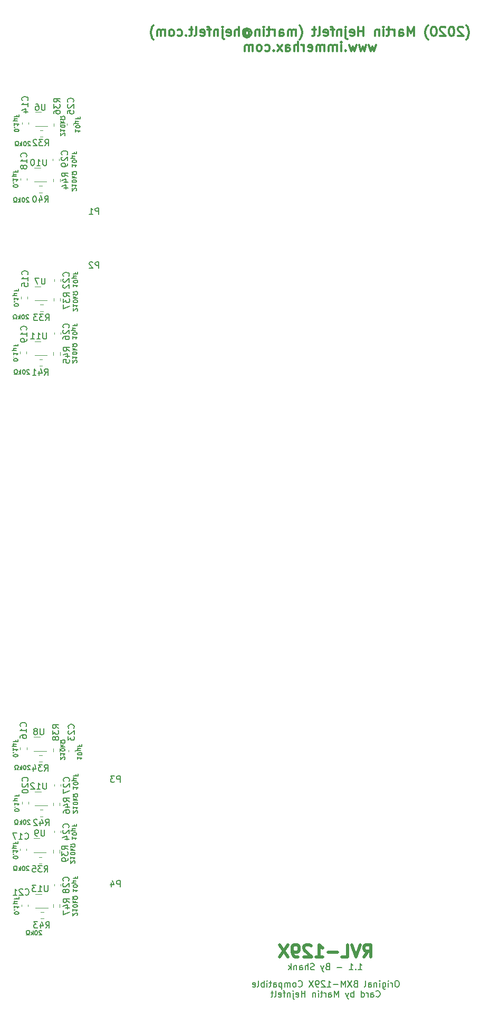
<source format=gbr>
%TF.GenerationSoftware,KiCad,Pcbnew,(6.0.6)*%
%TF.CreationDate,2023-01-12T23:41:02-06:00*%
%TF.ProjectId,bkm-129x-simple,626b6d2d-3132-4397-982d-73696d706c65,rev?*%
%TF.SameCoordinates,Original*%
%TF.FileFunction,Legend,Bot*%
%TF.FilePolarity,Positive*%
%FSLAX46Y46*%
G04 Gerber Fmt 4.6, Leading zero omitted, Abs format (unit mm)*
G04 Created by KiCad (PCBNEW (6.0.6)) date 2023-01-12 23:41:02*
%MOMM*%
%LPD*%
G01*
G04 APERTURE LIST*
%ADD10C,0.150000*%
%ADD11C,0.200000*%
%ADD12C,0.300000*%
%ADD13C,0.500000*%
%ADD14C,0.120000*%
G04 APERTURE END LIST*
D10*
X73086666Y-149363333D02*
X73053333Y-149330000D01*
X72986666Y-149296666D01*
X72820000Y-149296666D01*
X72753333Y-149330000D01*
X72720000Y-149363333D01*
X72686666Y-149430000D01*
X72686666Y-149496666D01*
X72720000Y-149596666D01*
X73120000Y-149996666D01*
X72686666Y-149996666D01*
X72253333Y-149296666D02*
X72186666Y-149296666D01*
X72120000Y-149330000D01*
X72086666Y-149363333D01*
X72053333Y-149430000D01*
X72020000Y-149563333D01*
X72020000Y-149730000D01*
X72053333Y-149863333D01*
X72086666Y-149930000D01*
X72120000Y-149963333D01*
X72186666Y-149996666D01*
X72253333Y-149996666D01*
X72320000Y-149963333D01*
X72353333Y-149930000D01*
X72386666Y-149863333D01*
X72420000Y-149730000D01*
X72420000Y-149563333D01*
X72386666Y-149430000D01*
X72353333Y-149363333D01*
X72320000Y-149330000D01*
X72253333Y-149296666D01*
X71720000Y-149996666D02*
X71720000Y-149296666D01*
X71653333Y-149730000D02*
X71453333Y-149996666D01*
X71453333Y-149530000D02*
X71720000Y-149796666D01*
X71186666Y-149996666D02*
X71020000Y-149996666D01*
X71020000Y-149863333D01*
X71086666Y-149830000D01*
X71153333Y-149763333D01*
X71186666Y-149663333D01*
X71186666Y-149496666D01*
X71153333Y-149396666D01*
X71086666Y-149330000D01*
X70986666Y-149296666D01*
X70853333Y-149296666D01*
X70753333Y-149330000D01*
X70686666Y-149396666D01*
X70653333Y-149496666D01*
X70653333Y-149663333D01*
X70686666Y-149763333D01*
X70753333Y-149830000D01*
X70820000Y-149863333D01*
X70820000Y-149996666D01*
X70653333Y-149996666D01*
X71133333Y-47640000D02*
X71133333Y-47573333D01*
X71100000Y-47506666D01*
X71066666Y-47473333D01*
X71000000Y-47440000D01*
X70866666Y-47406666D01*
X70700000Y-47406666D01*
X70566666Y-47440000D01*
X70500000Y-47473333D01*
X70466666Y-47506666D01*
X70433333Y-47573333D01*
X70433333Y-47640000D01*
X70466666Y-47706666D01*
X70500000Y-47740000D01*
X70566666Y-47773333D01*
X70700000Y-47806666D01*
X70866666Y-47806666D01*
X71000000Y-47773333D01*
X71066666Y-47740000D01*
X71100000Y-47706666D01*
X71133333Y-47640000D01*
X70500000Y-47106666D02*
X70466666Y-47073333D01*
X70433333Y-47106666D01*
X70466666Y-47140000D01*
X70500000Y-47106666D01*
X70433333Y-47106666D01*
X70433333Y-46406666D02*
X70433333Y-46806666D01*
X70433333Y-46606666D02*
X71133333Y-46606666D01*
X71033333Y-46673333D01*
X70966666Y-46740000D01*
X70933333Y-46806666D01*
X70900000Y-46106666D02*
X70200000Y-46106666D01*
X70533333Y-45773333D02*
X70466666Y-45740000D01*
X70433333Y-45673333D01*
X70533333Y-46106666D02*
X70466666Y-46073333D01*
X70433333Y-46006666D01*
X70433333Y-45873333D01*
X70466666Y-45806666D01*
X70533333Y-45773333D01*
X70900000Y-45773333D01*
X70800000Y-45140000D02*
X70800000Y-45373333D01*
X70433333Y-45373333D02*
X71133333Y-45373333D01*
X71133333Y-45040000D01*
D11*
X132093809Y-175087380D02*
X131903333Y-175087380D01*
X131808095Y-175135000D01*
X131712857Y-175230238D01*
X131665238Y-175420714D01*
X131665238Y-175754047D01*
X131712857Y-175944523D01*
X131808095Y-176039761D01*
X131903333Y-176087380D01*
X132093809Y-176087380D01*
X132189047Y-176039761D01*
X132284285Y-175944523D01*
X132331904Y-175754047D01*
X132331904Y-175420714D01*
X132284285Y-175230238D01*
X132189047Y-175135000D01*
X132093809Y-175087380D01*
X131236666Y-176087380D02*
X131236666Y-175420714D01*
X131236666Y-175611190D02*
X131189047Y-175515952D01*
X131141428Y-175468333D01*
X131046190Y-175420714D01*
X130950952Y-175420714D01*
X130617619Y-176087380D02*
X130617619Y-175420714D01*
X130617619Y-175087380D02*
X130665238Y-175135000D01*
X130617619Y-175182619D01*
X130570000Y-175135000D01*
X130617619Y-175087380D01*
X130617619Y-175182619D01*
X129712857Y-175420714D02*
X129712857Y-176230238D01*
X129760476Y-176325476D01*
X129808095Y-176373095D01*
X129903333Y-176420714D01*
X130046190Y-176420714D01*
X130141428Y-176373095D01*
X129712857Y-176039761D02*
X129808095Y-176087380D01*
X129998571Y-176087380D01*
X130093809Y-176039761D01*
X130141428Y-175992142D01*
X130189047Y-175896904D01*
X130189047Y-175611190D01*
X130141428Y-175515952D01*
X130093809Y-175468333D01*
X129998571Y-175420714D01*
X129808095Y-175420714D01*
X129712857Y-175468333D01*
X129236666Y-176087380D02*
X129236666Y-175420714D01*
X129236666Y-175087380D02*
X129284285Y-175135000D01*
X129236666Y-175182619D01*
X129189047Y-175135000D01*
X129236666Y-175087380D01*
X129236666Y-175182619D01*
X128760476Y-175420714D02*
X128760476Y-176087380D01*
X128760476Y-175515952D02*
X128712857Y-175468333D01*
X128617619Y-175420714D01*
X128474761Y-175420714D01*
X128379523Y-175468333D01*
X128331904Y-175563571D01*
X128331904Y-176087380D01*
X127427142Y-176087380D02*
X127427142Y-175563571D01*
X127474761Y-175468333D01*
X127570000Y-175420714D01*
X127760476Y-175420714D01*
X127855714Y-175468333D01*
X127427142Y-176039761D02*
X127522380Y-176087380D01*
X127760476Y-176087380D01*
X127855714Y-176039761D01*
X127903333Y-175944523D01*
X127903333Y-175849285D01*
X127855714Y-175754047D01*
X127760476Y-175706428D01*
X127522380Y-175706428D01*
X127427142Y-175658809D01*
X126808095Y-176087380D02*
X126903333Y-176039761D01*
X126950952Y-175944523D01*
X126950952Y-175087380D01*
X125331904Y-175563571D02*
X125189047Y-175611190D01*
X125141428Y-175658809D01*
X125093809Y-175754047D01*
X125093809Y-175896904D01*
X125141428Y-175992142D01*
X125189047Y-176039761D01*
X125284285Y-176087380D01*
X125665238Y-176087380D01*
X125665238Y-175087380D01*
X125331904Y-175087380D01*
X125236666Y-175135000D01*
X125189047Y-175182619D01*
X125141428Y-175277857D01*
X125141428Y-175373095D01*
X125189047Y-175468333D01*
X125236666Y-175515952D01*
X125331904Y-175563571D01*
X125665238Y-175563571D01*
X124760476Y-175087380D02*
X124093809Y-176087380D01*
X124093809Y-175087380D02*
X124760476Y-176087380D01*
X123712857Y-176087380D02*
X123712857Y-175087380D01*
X123379523Y-175801666D01*
X123046190Y-175087380D01*
X123046190Y-176087380D01*
X122570000Y-175706428D02*
X121808095Y-175706428D01*
X120808095Y-176087380D02*
X121379523Y-176087380D01*
X121093809Y-176087380D02*
X121093809Y-175087380D01*
X121189047Y-175230238D01*
X121284285Y-175325476D01*
X121379523Y-175373095D01*
X120427142Y-175182619D02*
X120379523Y-175135000D01*
X120284285Y-175087380D01*
X120046190Y-175087380D01*
X119950952Y-175135000D01*
X119903333Y-175182619D01*
X119855714Y-175277857D01*
X119855714Y-175373095D01*
X119903333Y-175515952D01*
X120474761Y-176087380D01*
X119855714Y-176087380D01*
X119379523Y-176087380D02*
X119189047Y-176087380D01*
X119093809Y-176039761D01*
X119046190Y-175992142D01*
X118950952Y-175849285D01*
X118903333Y-175658809D01*
X118903333Y-175277857D01*
X118950952Y-175182619D01*
X118998571Y-175135000D01*
X119093809Y-175087380D01*
X119284285Y-175087380D01*
X119379523Y-175135000D01*
X119427142Y-175182619D01*
X119474761Y-175277857D01*
X119474761Y-175515952D01*
X119427142Y-175611190D01*
X119379523Y-175658809D01*
X119284285Y-175706428D01*
X119093809Y-175706428D01*
X118998571Y-175658809D01*
X118950952Y-175611190D01*
X118903333Y-175515952D01*
X118570000Y-175087380D02*
X117903333Y-176087380D01*
X117903333Y-175087380D02*
X118570000Y-176087380D01*
X116189047Y-175992142D02*
X116236666Y-176039761D01*
X116379523Y-176087380D01*
X116474761Y-176087380D01*
X116617619Y-176039761D01*
X116712857Y-175944523D01*
X116760476Y-175849285D01*
X116808095Y-175658809D01*
X116808095Y-175515952D01*
X116760476Y-175325476D01*
X116712857Y-175230238D01*
X116617619Y-175135000D01*
X116474761Y-175087380D01*
X116379523Y-175087380D01*
X116236666Y-175135000D01*
X116189047Y-175182619D01*
X115617619Y-176087380D02*
X115712857Y-176039761D01*
X115760476Y-175992142D01*
X115808095Y-175896904D01*
X115808095Y-175611190D01*
X115760476Y-175515952D01*
X115712857Y-175468333D01*
X115617619Y-175420714D01*
X115474761Y-175420714D01*
X115379523Y-175468333D01*
X115331904Y-175515952D01*
X115284285Y-175611190D01*
X115284285Y-175896904D01*
X115331904Y-175992142D01*
X115379523Y-176039761D01*
X115474761Y-176087380D01*
X115617619Y-176087380D01*
X114855714Y-176087380D02*
X114855714Y-175420714D01*
X114855714Y-175515952D02*
X114808095Y-175468333D01*
X114712857Y-175420714D01*
X114570000Y-175420714D01*
X114474761Y-175468333D01*
X114427142Y-175563571D01*
X114427142Y-176087380D01*
X114427142Y-175563571D02*
X114379523Y-175468333D01*
X114284285Y-175420714D01*
X114141428Y-175420714D01*
X114046190Y-175468333D01*
X113998571Y-175563571D01*
X113998571Y-176087380D01*
X113522380Y-175420714D02*
X113522380Y-176420714D01*
X113522380Y-175468333D02*
X113427142Y-175420714D01*
X113236666Y-175420714D01*
X113141428Y-175468333D01*
X113093809Y-175515952D01*
X113046190Y-175611190D01*
X113046190Y-175896904D01*
X113093809Y-175992142D01*
X113141428Y-176039761D01*
X113236666Y-176087380D01*
X113427142Y-176087380D01*
X113522380Y-176039761D01*
X112189047Y-176087380D02*
X112189047Y-175563571D01*
X112236666Y-175468333D01*
X112331904Y-175420714D01*
X112522380Y-175420714D01*
X112617619Y-175468333D01*
X112189047Y-176039761D02*
X112284285Y-176087380D01*
X112522380Y-176087380D01*
X112617619Y-176039761D01*
X112665238Y-175944523D01*
X112665238Y-175849285D01*
X112617619Y-175754047D01*
X112522380Y-175706428D01*
X112284285Y-175706428D01*
X112189047Y-175658809D01*
X111855714Y-175420714D02*
X111474761Y-175420714D01*
X111712857Y-175087380D02*
X111712857Y-175944523D01*
X111665238Y-176039761D01*
X111570000Y-176087380D01*
X111474761Y-176087380D01*
X111141428Y-176087380D02*
X111141428Y-175420714D01*
X111141428Y-175087380D02*
X111189047Y-175135000D01*
X111141428Y-175182619D01*
X111093809Y-175135000D01*
X111141428Y-175087380D01*
X111141428Y-175182619D01*
X110665238Y-176087380D02*
X110665238Y-175087380D01*
X110665238Y-175468333D02*
X110570000Y-175420714D01*
X110379523Y-175420714D01*
X110284285Y-175468333D01*
X110236666Y-175515952D01*
X110189047Y-175611190D01*
X110189047Y-175896904D01*
X110236666Y-175992142D01*
X110284285Y-176039761D01*
X110379523Y-176087380D01*
X110570000Y-176087380D01*
X110665238Y-176039761D01*
X109617619Y-176087380D02*
X109712857Y-176039761D01*
X109760476Y-175944523D01*
X109760476Y-175087380D01*
X108855714Y-176039761D02*
X108950952Y-176087380D01*
X109141428Y-176087380D01*
X109236666Y-176039761D01*
X109284285Y-175944523D01*
X109284285Y-175563571D01*
X109236666Y-175468333D01*
X109141428Y-175420714D01*
X108950952Y-175420714D01*
X108855714Y-175468333D01*
X108808095Y-175563571D01*
X108808095Y-175658809D01*
X109284285Y-175754047D01*
X128665238Y-177602142D02*
X128712857Y-177649761D01*
X128855714Y-177697380D01*
X128950952Y-177697380D01*
X129093809Y-177649761D01*
X129189047Y-177554523D01*
X129236666Y-177459285D01*
X129284285Y-177268809D01*
X129284285Y-177125952D01*
X129236666Y-176935476D01*
X129189047Y-176840238D01*
X129093809Y-176745000D01*
X128950952Y-176697380D01*
X128855714Y-176697380D01*
X128712857Y-176745000D01*
X128665238Y-176792619D01*
X127808095Y-177697380D02*
X127808095Y-177173571D01*
X127855714Y-177078333D01*
X127950952Y-177030714D01*
X128141428Y-177030714D01*
X128236666Y-177078333D01*
X127808095Y-177649761D02*
X127903333Y-177697380D01*
X128141428Y-177697380D01*
X128236666Y-177649761D01*
X128284285Y-177554523D01*
X128284285Y-177459285D01*
X128236666Y-177364047D01*
X128141428Y-177316428D01*
X127903333Y-177316428D01*
X127808095Y-177268809D01*
X127331904Y-177697380D02*
X127331904Y-177030714D01*
X127331904Y-177221190D02*
X127284285Y-177125952D01*
X127236666Y-177078333D01*
X127141428Y-177030714D01*
X127046190Y-177030714D01*
X126284285Y-177697380D02*
X126284285Y-176697380D01*
X126284285Y-177649761D02*
X126379523Y-177697380D01*
X126570000Y-177697380D01*
X126665238Y-177649761D01*
X126712857Y-177602142D01*
X126760476Y-177506904D01*
X126760476Y-177221190D01*
X126712857Y-177125952D01*
X126665238Y-177078333D01*
X126570000Y-177030714D01*
X126379523Y-177030714D01*
X126284285Y-177078333D01*
X125046190Y-177697380D02*
X125046190Y-176697380D01*
X125046190Y-177078333D02*
X124950952Y-177030714D01*
X124760476Y-177030714D01*
X124665238Y-177078333D01*
X124617619Y-177125952D01*
X124570000Y-177221190D01*
X124570000Y-177506904D01*
X124617619Y-177602142D01*
X124665238Y-177649761D01*
X124760476Y-177697380D01*
X124950952Y-177697380D01*
X125046190Y-177649761D01*
X124236666Y-177030714D02*
X123998571Y-177697380D01*
X123760476Y-177030714D02*
X123998571Y-177697380D01*
X124093809Y-177935476D01*
X124141428Y-177983095D01*
X124236666Y-178030714D01*
X122617619Y-177697380D02*
X122617619Y-176697380D01*
X122284285Y-177411666D01*
X121950952Y-176697380D01*
X121950952Y-177697380D01*
X121046190Y-177697380D02*
X121046190Y-177173571D01*
X121093809Y-177078333D01*
X121189047Y-177030714D01*
X121379523Y-177030714D01*
X121474761Y-177078333D01*
X121046190Y-177649761D02*
X121141428Y-177697380D01*
X121379523Y-177697380D01*
X121474761Y-177649761D01*
X121522380Y-177554523D01*
X121522380Y-177459285D01*
X121474761Y-177364047D01*
X121379523Y-177316428D01*
X121141428Y-177316428D01*
X121046190Y-177268809D01*
X120570000Y-177697380D02*
X120570000Y-177030714D01*
X120570000Y-177221190D02*
X120522380Y-177125952D01*
X120474761Y-177078333D01*
X120379523Y-177030714D01*
X120284285Y-177030714D01*
X120093809Y-177030714D02*
X119712857Y-177030714D01*
X119950952Y-176697380D02*
X119950952Y-177554523D01*
X119903333Y-177649761D01*
X119808095Y-177697380D01*
X119712857Y-177697380D01*
X119379523Y-177697380D02*
X119379523Y-177030714D01*
X119379523Y-176697380D02*
X119427142Y-176745000D01*
X119379523Y-176792619D01*
X119331904Y-176745000D01*
X119379523Y-176697380D01*
X119379523Y-176792619D01*
X118903333Y-177030714D02*
X118903333Y-177697380D01*
X118903333Y-177125952D02*
X118855714Y-177078333D01*
X118760476Y-177030714D01*
X118617619Y-177030714D01*
X118522380Y-177078333D01*
X118474761Y-177173571D01*
X118474761Y-177697380D01*
X117236666Y-177697380D02*
X117236666Y-176697380D01*
X117236666Y-177173571D02*
X116665238Y-177173571D01*
X116665238Y-177697380D02*
X116665238Y-176697380D01*
X115808095Y-177649761D02*
X115903333Y-177697380D01*
X116093809Y-177697380D01*
X116189047Y-177649761D01*
X116236666Y-177554523D01*
X116236666Y-177173571D01*
X116189047Y-177078333D01*
X116093809Y-177030714D01*
X115903333Y-177030714D01*
X115808095Y-177078333D01*
X115760476Y-177173571D01*
X115760476Y-177268809D01*
X116236666Y-177364047D01*
X115331904Y-177030714D02*
X115331904Y-177887857D01*
X115379523Y-177983095D01*
X115474761Y-178030714D01*
X115522380Y-178030714D01*
X115331904Y-176697380D02*
X115379523Y-176745000D01*
X115331904Y-176792619D01*
X115284285Y-176745000D01*
X115331904Y-176697380D01*
X115331904Y-176792619D01*
X114855714Y-177030714D02*
X114855714Y-177697380D01*
X114855714Y-177125952D02*
X114808095Y-177078333D01*
X114712857Y-177030714D01*
X114570000Y-177030714D01*
X114474761Y-177078333D01*
X114427142Y-177173571D01*
X114427142Y-177697380D01*
X114093809Y-177030714D02*
X113712857Y-177030714D01*
X113950952Y-177697380D02*
X113950952Y-176840238D01*
X113903333Y-176745000D01*
X113808095Y-176697380D01*
X113712857Y-176697380D01*
X112998571Y-177649761D02*
X113093809Y-177697380D01*
X113284285Y-177697380D01*
X113379523Y-177649761D01*
X113427142Y-177554523D01*
X113427142Y-177173571D01*
X113379523Y-177078333D01*
X113284285Y-177030714D01*
X113093809Y-177030714D01*
X112998571Y-177078333D01*
X112950952Y-177173571D01*
X112950952Y-177268809D01*
X113427142Y-177364047D01*
X112379523Y-177697380D02*
X112474761Y-177649761D01*
X112522380Y-177554523D01*
X112522380Y-176697380D01*
X112141428Y-177030714D02*
X111760476Y-177030714D01*
X111998571Y-176697380D02*
X111998571Y-177554523D01*
X111950952Y-177649761D01*
X111855714Y-177697380D01*
X111760476Y-177697380D01*
D10*
X72846666Y-68333333D02*
X72813333Y-68300000D01*
X72746666Y-68266666D01*
X72580000Y-68266666D01*
X72513333Y-68300000D01*
X72480000Y-68333333D01*
X72446666Y-68400000D01*
X72446666Y-68466666D01*
X72480000Y-68566666D01*
X72880000Y-68966666D01*
X72446666Y-68966666D01*
X72013333Y-68266666D02*
X71946666Y-68266666D01*
X71880000Y-68300000D01*
X71846666Y-68333333D01*
X71813333Y-68400000D01*
X71780000Y-68533333D01*
X71780000Y-68700000D01*
X71813333Y-68833333D01*
X71846666Y-68900000D01*
X71880000Y-68933333D01*
X71946666Y-68966666D01*
X72013333Y-68966666D01*
X72080000Y-68933333D01*
X72113333Y-68900000D01*
X72146666Y-68833333D01*
X72180000Y-68700000D01*
X72180000Y-68533333D01*
X72146666Y-68400000D01*
X72113333Y-68333333D01*
X72080000Y-68300000D01*
X72013333Y-68266666D01*
X71480000Y-68966666D02*
X71480000Y-68266666D01*
X71413333Y-68700000D02*
X71213333Y-68966666D01*
X71213333Y-68500000D02*
X71480000Y-68766666D01*
X70946666Y-68966666D02*
X70780000Y-68966666D01*
X70780000Y-68833333D01*
X70846666Y-68800000D01*
X70913333Y-68733333D01*
X70946666Y-68633333D01*
X70946666Y-68466666D01*
X70913333Y-68366666D01*
X70846666Y-68300000D01*
X70746666Y-68266666D01*
X70613333Y-68266666D01*
X70513333Y-68300000D01*
X70446666Y-68366666D01*
X70413333Y-68466666D01*
X70413333Y-68633333D01*
X70446666Y-68733333D01*
X70513333Y-68800000D01*
X70580000Y-68833333D01*
X70580000Y-68966666D01*
X70413333Y-68966666D01*
X79863333Y-44120000D02*
X79863333Y-44520000D01*
X79863333Y-44320000D02*
X80563333Y-44320000D01*
X80463333Y-44386666D01*
X80396666Y-44453333D01*
X80363333Y-44520000D01*
X80563333Y-43686666D02*
X80563333Y-43620000D01*
X80530000Y-43553333D01*
X80496666Y-43520000D01*
X80430000Y-43486666D01*
X80296666Y-43453333D01*
X80130000Y-43453333D01*
X79996666Y-43486666D01*
X79930000Y-43520000D01*
X79896666Y-43553333D01*
X79863333Y-43620000D01*
X79863333Y-43686666D01*
X79896666Y-43753333D01*
X79930000Y-43786666D01*
X79996666Y-43820000D01*
X80130000Y-43853333D01*
X80296666Y-43853333D01*
X80430000Y-43820000D01*
X80496666Y-43786666D01*
X80530000Y-43753333D01*
X80563333Y-43686666D01*
X80330000Y-43153333D02*
X79630000Y-43153333D01*
X79963333Y-42820000D02*
X79896666Y-42786666D01*
X79863333Y-42720000D01*
X79963333Y-43153333D02*
X79896666Y-43120000D01*
X79863333Y-43053333D01*
X79863333Y-42920000D01*
X79896666Y-42853333D01*
X79963333Y-42820000D01*
X80330000Y-42820000D01*
X80230000Y-42186666D02*
X80230000Y-42420000D01*
X79863333Y-42420000D02*
X80563333Y-42420000D01*
X80563333Y-42086666D01*
X78636666Y-139590000D02*
X78670000Y-139556666D01*
X78703333Y-139490000D01*
X78703333Y-139323333D01*
X78670000Y-139256666D01*
X78636666Y-139223333D01*
X78570000Y-139190000D01*
X78503333Y-139190000D01*
X78403333Y-139223333D01*
X78003333Y-139623333D01*
X78003333Y-139190000D01*
X78003333Y-138523333D02*
X78003333Y-138923333D01*
X78003333Y-138723333D02*
X78703333Y-138723333D01*
X78603333Y-138790000D01*
X78536666Y-138856666D01*
X78503333Y-138923333D01*
X78703333Y-138090000D02*
X78703333Y-138023333D01*
X78670000Y-137956666D01*
X78636666Y-137923333D01*
X78570000Y-137890000D01*
X78436666Y-137856666D01*
X78270000Y-137856666D01*
X78136666Y-137890000D01*
X78070000Y-137923333D01*
X78036666Y-137956666D01*
X78003333Y-138023333D01*
X78003333Y-138090000D01*
X78036666Y-138156666D01*
X78070000Y-138190000D01*
X78136666Y-138223333D01*
X78270000Y-138256666D01*
X78436666Y-138256666D01*
X78570000Y-138223333D01*
X78636666Y-138190000D01*
X78670000Y-138156666D01*
X78703333Y-138090000D01*
X78003333Y-137556666D02*
X78703333Y-137556666D01*
X78270000Y-137490000D02*
X78003333Y-137290000D01*
X78470000Y-137290000D02*
X78203333Y-137556666D01*
X78003333Y-137023333D02*
X78003333Y-136856666D01*
X78136666Y-136856666D01*
X78170000Y-136923333D01*
X78236666Y-136990000D01*
X78336666Y-137023333D01*
X78503333Y-137023333D01*
X78603333Y-136990000D01*
X78670000Y-136923333D01*
X78703333Y-136823333D01*
X78703333Y-136690000D01*
X78670000Y-136590000D01*
X78603333Y-136523333D01*
X78503333Y-136490000D01*
X78336666Y-136490000D01*
X78236666Y-136523333D01*
X78170000Y-136590000D01*
X78136666Y-136656666D01*
X78003333Y-136656666D01*
X78003333Y-136490000D01*
X73096666Y-140603333D02*
X73063333Y-140570000D01*
X72996666Y-140536666D01*
X72830000Y-140536666D01*
X72763333Y-140570000D01*
X72730000Y-140603333D01*
X72696666Y-140670000D01*
X72696666Y-140736666D01*
X72730000Y-140836666D01*
X73130000Y-141236666D01*
X72696666Y-141236666D01*
X72263333Y-140536666D02*
X72196666Y-140536666D01*
X72130000Y-140570000D01*
X72096666Y-140603333D01*
X72063333Y-140670000D01*
X72030000Y-140803333D01*
X72030000Y-140970000D01*
X72063333Y-141103333D01*
X72096666Y-141170000D01*
X72130000Y-141203333D01*
X72196666Y-141236666D01*
X72263333Y-141236666D01*
X72330000Y-141203333D01*
X72363333Y-141170000D01*
X72396666Y-141103333D01*
X72430000Y-140970000D01*
X72430000Y-140803333D01*
X72396666Y-140670000D01*
X72363333Y-140603333D01*
X72330000Y-140570000D01*
X72263333Y-140536666D01*
X71730000Y-141236666D02*
X71730000Y-140536666D01*
X71663333Y-140970000D02*
X71463333Y-141236666D01*
X71463333Y-140770000D02*
X71730000Y-141036666D01*
X71196666Y-141236666D02*
X71030000Y-141236666D01*
X71030000Y-141103333D01*
X71096666Y-141070000D01*
X71163333Y-141003333D01*
X71196666Y-140903333D01*
X71196666Y-140736666D01*
X71163333Y-140636666D01*
X71096666Y-140570000D01*
X70996666Y-140536666D01*
X70863333Y-140536666D01*
X70763333Y-140570000D01*
X70696666Y-140636666D01*
X70663333Y-140736666D01*
X70663333Y-140903333D01*
X70696666Y-141003333D01*
X70763333Y-141070000D01*
X70830000Y-141103333D01*
X70830000Y-141236666D01*
X70663333Y-141236666D01*
D12*
X143129342Y-24141100D02*
X143200771Y-24069671D01*
X143343628Y-23855385D01*
X143415057Y-23712528D01*
X143486485Y-23498242D01*
X143557914Y-23141100D01*
X143557914Y-22855385D01*
X143486485Y-22498242D01*
X143415057Y-22283957D01*
X143343628Y-22141100D01*
X143200771Y-21926814D01*
X143129342Y-21855385D01*
X142629342Y-22212528D02*
X142557914Y-22141100D01*
X142415057Y-22069671D01*
X142057914Y-22069671D01*
X141915057Y-22141100D01*
X141843628Y-22212528D01*
X141772200Y-22355385D01*
X141772200Y-22498242D01*
X141843628Y-22712528D01*
X142700771Y-23569671D01*
X141772200Y-23569671D01*
X140843628Y-22069671D02*
X140700771Y-22069671D01*
X140557914Y-22141100D01*
X140486485Y-22212528D01*
X140415057Y-22355385D01*
X140343628Y-22641100D01*
X140343628Y-22998242D01*
X140415057Y-23283957D01*
X140486485Y-23426814D01*
X140557914Y-23498242D01*
X140700771Y-23569671D01*
X140843628Y-23569671D01*
X140986485Y-23498242D01*
X141057914Y-23426814D01*
X141129342Y-23283957D01*
X141200771Y-22998242D01*
X141200771Y-22641100D01*
X141129342Y-22355385D01*
X141057914Y-22212528D01*
X140986485Y-22141100D01*
X140843628Y-22069671D01*
X139772200Y-22212528D02*
X139700771Y-22141100D01*
X139557914Y-22069671D01*
X139200771Y-22069671D01*
X139057914Y-22141100D01*
X138986485Y-22212528D01*
X138915057Y-22355385D01*
X138915057Y-22498242D01*
X138986485Y-22712528D01*
X139843628Y-23569671D01*
X138915057Y-23569671D01*
X137986485Y-22069671D02*
X137843628Y-22069671D01*
X137700771Y-22141100D01*
X137629342Y-22212528D01*
X137557914Y-22355385D01*
X137486485Y-22641100D01*
X137486485Y-22998242D01*
X137557914Y-23283957D01*
X137629342Y-23426814D01*
X137700771Y-23498242D01*
X137843628Y-23569671D01*
X137986485Y-23569671D01*
X138129342Y-23498242D01*
X138200771Y-23426814D01*
X138272200Y-23283957D01*
X138343628Y-22998242D01*
X138343628Y-22641100D01*
X138272200Y-22355385D01*
X138200771Y-22212528D01*
X138129342Y-22141100D01*
X137986485Y-22069671D01*
X136986485Y-24141100D02*
X136915057Y-24069671D01*
X136772200Y-23855385D01*
X136700771Y-23712528D01*
X136629342Y-23498242D01*
X136557914Y-23141100D01*
X136557914Y-22855385D01*
X136629342Y-22498242D01*
X136700771Y-22283957D01*
X136772200Y-22141100D01*
X136915057Y-21926814D01*
X136986485Y-21855385D01*
X134700771Y-23569671D02*
X134700771Y-22069671D01*
X134200771Y-23141100D01*
X133700771Y-22069671D01*
X133700771Y-23569671D01*
X132343628Y-23569671D02*
X132343628Y-22783957D01*
X132415057Y-22641100D01*
X132557914Y-22569671D01*
X132843628Y-22569671D01*
X132986485Y-22641100D01*
X132343628Y-23498242D02*
X132486485Y-23569671D01*
X132843628Y-23569671D01*
X132986485Y-23498242D01*
X133057914Y-23355385D01*
X133057914Y-23212528D01*
X132986485Y-23069671D01*
X132843628Y-22998242D01*
X132486485Y-22998242D01*
X132343628Y-22926814D01*
X131629342Y-23569671D02*
X131629342Y-22569671D01*
X131629342Y-22855385D02*
X131557914Y-22712528D01*
X131486485Y-22641100D01*
X131343628Y-22569671D01*
X131200771Y-22569671D01*
X130915057Y-22569671D02*
X130343628Y-22569671D01*
X130700771Y-22069671D02*
X130700771Y-23355385D01*
X130629342Y-23498242D01*
X130486485Y-23569671D01*
X130343628Y-23569671D01*
X129843628Y-23569671D02*
X129843628Y-22569671D01*
X129843628Y-22069671D02*
X129915057Y-22141100D01*
X129843628Y-22212528D01*
X129772200Y-22141100D01*
X129843628Y-22069671D01*
X129843628Y-22212528D01*
X129129342Y-22569671D02*
X129129342Y-23569671D01*
X129129342Y-22712528D02*
X129057914Y-22641100D01*
X128915057Y-22569671D01*
X128700771Y-22569671D01*
X128557914Y-22641100D01*
X128486485Y-22783957D01*
X128486485Y-23569671D01*
X126629342Y-23569671D02*
X126629342Y-22069671D01*
X126629342Y-22783957D02*
X125772200Y-22783957D01*
X125772200Y-23569671D02*
X125772200Y-22069671D01*
X124486485Y-23498242D02*
X124629342Y-23569671D01*
X124915057Y-23569671D01*
X125057914Y-23498242D01*
X125129342Y-23355385D01*
X125129342Y-22783957D01*
X125057914Y-22641100D01*
X124915057Y-22569671D01*
X124629342Y-22569671D01*
X124486485Y-22641100D01*
X124415057Y-22783957D01*
X124415057Y-22926814D01*
X125129342Y-23069671D01*
X123772200Y-22569671D02*
X123772200Y-23855385D01*
X123843628Y-23998242D01*
X123986485Y-24069671D01*
X124057914Y-24069671D01*
X123772200Y-22069671D02*
X123843628Y-22141100D01*
X123772200Y-22212528D01*
X123700771Y-22141100D01*
X123772200Y-22069671D01*
X123772200Y-22212528D01*
X123057914Y-22569671D02*
X123057914Y-23569671D01*
X123057914Y-22712528D02*
X122986485Y-22641100D01*
X122843628Y-22569671D01*
X122629342Y-22569671D01*
X122486485Y-22641100D01*
X122415057Y-22783957D01*
X122415057Y-23569671D01*
X121915057Y-22569671D02*
X121343628Y-22569671D01*
X121700771Y-23569671D02*
X121700771Y-22283957D01*
X121629342Y-22141100D01*
X121486485Y-22069671D01*
X121343628Y-22069671D01*
X120272200Y-23498242D02*
X120415057Y-23569671D01*
X120700771Y-23569671D01*
X120843628Y-23498242D01*
X120915057Y-23355385D01*
X120915057Y-22783957D01*
X120843628Y-22641100D01*
X120700771Y-22569671D01*
X120415057Y-22569671D01*
X120272200Y-22641100D01*
X120200771Y-22783957D01*
X120200771Y-22926814D01*
X120915057Y-23069671D01*
X119343628Y-23569671D02*
X119486485Y-23498242D01*
X119557914Y-23355385D01*
X119557914Y-22069671D01*
X118986485Y-22569671D02*
X118415057Y-22569671D01*
X118772200Y-22069671D02*
X118772200Y-23355385D01*
X118700771Y-23498242D01*
X118557914Y-23569671D01*
X118415057Y-23569671D01*
X116343628Y-24141100D02*
X116415057Y-24069671D01*
X116557914Y-23855385D01*
X116629342Y-23712528D01*
X116700771Y-23498242D01*
X116772200Y-23141100D01*
X116772200Y-22855385D01*
X116700771Y-22498242D01*
X116629342Y-22283957D01*
X116557914Y-22141100D01*
X116415057Y-21926814D01*
X116343628Y-21855385D01*
X115772200Y-23569671D02*
X115772200Y-22569671D01*
X115772200Y-22712528D02*
X115700771Y-22641100D01*
X115557914Y-22569671D01*
X115343628Y-22569671D01*
X115200771Y-22641100D01*
X115129342Y-22783957D01*
X115129342Y-23569671D01*
X115129342Y-22783957D02*
X115057914Y-22641100D01*
X114915057Y-22569671D01*
X114700771Y-22569671D01*
X114557914Y-22641100D01*
X114486485Y-22783957D01*
X114486485Y-23569671D01*
X113129342Y-23569671D02*
X113129342Y-22783957D01*
X113200771Y-22641100D01*
X113343628Y-22569671D01*
X113629342Y-22569671D01*
X113772200Y-22641100D01*
X113129342Y-23498242D02*
X113272200Y-23569671D01*
X113629342Y-23569671D01*
X113772200Y-23498242D01*
X113843628Y-23355385D01*
X113843628Y-23212528D01*
X113772200Y-23069671D01*
X113629342Y-22998242D01*
X113272200Y-22998242D01*
X113129342Y-22926814D01*
X112415057Y-23569671D02*
X112415057Y-22569671D01*
X112415057Y-22855385D02*
X112343628Y-22712528D01*
X112272200Y-22641100D01*
X112129342Y-22569671D01*
X111986485Y-22569671D01*
X111700771Y-22569671D02*
X111129342Y-22569671D01*
X111486485Y-22069671D02*
X111486485Y-23355385D01*
X111415057Y-23498242D01*
X111272200Y-23569671D01*
X111129342Y-23569671D01*
X110629342Y-23569671D02*
X110629342Y-22569671D01*
X110629342Y-22069671D02*
X110700771Y-22141100D01*
X110629342Y-22212528D01*
X110557914Y-22141100D01*
X110629342Y-22069671D01*
X110629342Y-22212528D01*
X109915057Y-22569671D02*
X109915057Y-23569671D01*
X109915057Y-22712528D02*
X109843628Y-22641100D01*
X109700771Y-22569671D01*
X109486485Y-22569671D01*
X109343628Y-22641100D01*
X109272200Y-22783957D01*
X109272200Y-23569671D01*
X107629342Y-22855385D02*
X107700771Y-22783957D01*
X107843628Y-22712528D01*
X107986485Y-22712528D01*
X108129342Y-22783957D01*
X108200771Y-22855385D01*
X108272200Y-22998242D01*
X108272200Y-23141100D01*
X108200771Y-23283957D01*
X108129342Y-23355385D01*
X107986485Y-23426814D01*
X107843628Y-23426814D01*
X107700771Y-23355385D01*
X107629342Y-23283957D01*
X107629342Y-22712528D02*
X107629342Y-23283957D01*
X107557914Y-23355385D01*
X107486485Y-23355385D01*
X107343628Y-23283957D01*
X107272200Y-23141100D01*
X107272200Y-22783957D01*
X107415057Y-22569671D01*
X107629342Y-22426814D01*
X107915057Y-22355385D01*
X108200771Y-22426814D01*
X108415057Y-22569671D01*
X108557914Y-22783957D01*
X108629342Y-23069671D01*
X108557914Y-23355385D01*
X108415057Y-23569671D01*
X108200771Y-23712528D01*
X107915057Y-23783957D01*
X107629342Y-23712528D01*
X107415057Y-23569671D01*
X106629342Y-23569671D02*
X106629342Y-22069671D01*
X105986485Y-23569671D02*
X105986485Y-22783957D01*
X106057914Y-22641100D01*
X106200771Y-22569671D01*
X106415057Y-22569671D01*
X106557914Y-22641100D01*
X106629342Y-22712528D01*
X104700771Y-23498242D02*
X104843628Y-23569671D01*
X105129342Y-23569671D01*
X105272200Y-23498242D01*
X105343628Y-23355385D01*
X105343628Y-22783957D01*
X105272200Y-22641100D01*
X105129342Y-22569671D01*
X104843628Y-22569671D01*
X104700771Y-22641100D01*
X104629342Y-22783957D01*
X104629342Y-22926814D01*
X105343628Y-23069671D01*
X103986485Y-22569671D02*
X103986485Y-23855385D01*
X104057914Y-23998242D01*
X104200771Y-24069671D01*
X104272200Y-24069671D01*
X103986485Y-22069671D02*
X104057914Y-22141100D01*
X103986485Y-22212528D01*
X103915057Y-22141100D01*
X103986485Y-22069671D01*
X103986485Y-22212528D01*
X103272200Y-22569671D02*
X103272200Y-23569671D01*
X103272200Y-22712528D02*
X103200771Y-22641100D01*
X103057914Y-22569671D01*
X102843628Y-22569671D01*
X102700771Y-22641100D01*
X102629342Y-22783957D01*
X102629342Y-23569671D01*
X102129342Y-22569671D02*
X101557914Y-22569671D01*
X101915057Y-23569671D02*
X101915057Y-22283957D01*
X101843628Y-22141100D01*
X101700771Y-22069671D01*
X101557914Y-22069671D01*
X100486485Y-23498242D02*
X100629342Y-23569671D01*
X100915057Y-23569671D01*
X101057914Y-23498242D01*
X101129342Y-23355385D01*
X101129342Y-22783957D01*
X101057914Y-22641100D01*
X100915057Y-22569671D01*
X100629342Y-22569671D01*
X100486485Y-22641100D01*
X100415057Y-22783957D01*
X100415057Y-22926814D01*
X101129342Y-23069671D01*
X99557914Y-23569671D02*
X99700771Y-23498242D01*
X99772200Y-23355385D01*
X99772200Y-22069671D01*
X99200771Y-22569671D02*
X98629342Y-22569671D01*
X98986485Y-22069671D02*
X98986485Y-23355385D01*
X98915057Y-23498242D01*
X98772200Y-23569671D01*
X98629342Y-23569671D01*
X98129342Y-23426814D02*
X98057914Y-23498242D01*
X98129342Y-23569671D01*
X98200771Y-23498242D01*
X98129342Y-23426814D01*
X98129342Y-23569671D01*
X96772200Y-23498242D02*
X96915057Y-23569671D01*
X97200771Y-23569671D01*
X97343628Y-23498242D01*
X97415057Y-23426814D01*
X97486485Y-23283957D01*
X97486485Y-22855385D01*
X97415057Y-22712528D01*
X97343628Y-22641100D01*
X97200771Y-22569671D01*
X96915057Y-22569671D01*
X96772200Y-22641100D01*
X95915057Y-23569671D02*
X96057914Y-23498242D01*
X96129342Y-23426814D01*
X96200771Y-23283957D01*
X96200771Y-22855385D01*
X96129342Y-22712528D01*
X96057914Y-22641100D01*
X95915057Y-22569671D01*
X95700771Y-22569671D01*
X95557914Y-22641100D01*
X95486485Y-22712528D01*
X95415057Y-22855385D01*
X95415057Y-23283957D01*
X95486485Y-23426814D01*
X95557914Y-23498242D01*
X95700771Y-23569671D01*
X95915057Y-23569671D01*
X94772200Y-23569671D02*
X94772200Y-22569671D01*
X94772200Y-22712528D02*
X94700771Y-22641100D01*
X94557914Y-22569671D01*
X94343628Y-22569671D01*
X94200771Y-22641100D01*
X94129342Y-22783957D01*
X94129342Y-23569671D01*
X94129342Y-22783957D02*
X94057914Y-22641100D01*
X93915057Y-22569671D01*
X93700771Y-22569671D01*
X93557914Y-22641100D01*
X93486485Y-22783957D01*
X93486485Y-23569671D01*
X92915057Y-24141100D02*
X92843628Y-24069671D01*
X92700771Y-23855385D01*
X92629342Y-23712528D01*
X92557914Y-23498242D01*
X92486485Y-23141100D01*
X92486485Y-22855385D01*
X92557914Y-22498242D01*
X92629342Y-22283957D01*
X92700771Y-22141100D01*
X92843628Y-21926814D01*
X92915057Y-21855385D01*
X128629342Y-24984671D02*
X128343628Y-25984671D01*
X128057914Y-25270385D01*
X127772200Y-25984671D01*
X127486485Y-24984671D01*
X127057914Y-24984671D02*
X126772200Y-25984671D01*
X126486485Y-25270385D01*
X126200771Y-25984671D01*
X125915057Y-24984671D01*
X125486485Y-24984671D02*
X125200771Y-25984671D01*
X124915057Y-25270385D01*
X124629342Y-25984671D01*
X124343628Y-24984671D01*
X123772200Y-25841814D02*
X123700771Y-25913242D01*
X123772200Y-25984671D01*
X123843628Y-25913242D01*
X123772200Y-25841814D01*
X123772200Y-25984671D01*
X123057914Y-25984671D02*
X123057914Y-24984671D01*
X123057914Y-24484671D02*
X123129342Y-24556100D01*
X123057914Y-24627528D01*
X122986485Y-24556100D01*
X123057914Y-24484671D01*
X123057914Y-24627528D01*
X122343628Y-25984671D02*
X122343628Y-24984671D01*
X122343628Y-25127528D02*
X122272200Y-25056100D01*
X122129342Y-24984671D01*
X121915057Y-24984671D01*
X121772200Y-25056100D01*
X121700771Y-25198957D01*
X121700771Y-25984671D01*
X121700771Y-25198957D02*
X121629342Y-25056100D01*
X121486485Y-24984671D01*
X121272200Y-24984671D01*
X121129342Y-25056100D01*
X121057914Y-25198957D01*
X121057914Y-25984671D01*
X120343628Y-25984671D02*
X120343628Y-24984671D01*
X120343628Y-25127528D02*
X120272200Y-25056100D01*
X120129342Y-24984671D01*
X119915057Y-24984671D01*
X119772200Y-25056100D01*
X119700771Y-25198957D01*
X119700771Y-25984671D01*
X119700771Y-25198957D02*
X119629342Y-25056100D01*
X119486485Y-24984671D01*
X119272200Y-24984671D01*
X119129342Y-25056100D01*
X119057914Y-25198957D01*
X119057914Y-25984671D01*
X117772200Y-25913242D02*
X117915057Y-25984671D01*
X118200771Y-25984671D01*
X118343628Y-25913242D01*
X118415057Y-25770385D01*
X118415057Y-25198957D01*
X118343628Y-25056100D01*
X118200771Y-24984671D01*
X117915057Y-24984671D01*
X117772200Y-25056100D01*
X117700771Y-25198957D01*
X117700771Y-25341814D01*
X118415057Y-25484671D01*
X117057914Y-25984671D02*
X117057914Y-24984671D01*
X117057914Y-25270385D02*
X116986485Y-25127528D01*
X116915057Y-25056100D01*
X116772200Y-24984671D01*
X116629342Y-24984671D01*
X116129342Y-25984671D02*
X116129342Y-24484671D01*
X115486485Y-25984671D02*
X115486485Y-25198957D01*
X115557914Y-25056100D01*
X115700771Y-24984671D01*
X115915057Y-24984671D01*
X116057914Y-25056100D01*
X116129342Y-25127528D01*
X114129342Y-25984671D02*
X114129342Y-25198957D01*
X114200771Y-25056100D01*
X114343628Y-24984671D01*
X114629342Y-24984671D01*
X114772200Y-25056100D01*
X114129342Y-25913242D02*
X114272200Y-25984671D01*
X114629342Y-25984671D01*
X114772200Y-25913242D01*
X114843628Y-25770385D01*
X114843628Y-25627528D01*
X114772200Y-25484671D01*
X114629342Y-25413242D01*
X114272200Y-25413242D01*
X114129342Y-25341814D01*
X113557914Y-25984671D02*
X112772200Y-24984671D01*
X113557914Y-24984671D02*
X112772200Y-25984671D01*
X112200771Y-25841814D02*
X112129342Y-25913242D01*
X112200771Y-25984671D01*
X112272200Y-25913242D01*
X112200771Y-25841814D01*
X112200771Y-25984671D01*
X110843628Y-25913242D02*
X110986485Y-25984671D01*
X111272200Y-25984671D01*
X111415057Y-25913242D01*
X111486485Y-25841814D01*
X111557914Y-25698957D01*
X111557914Y-25270385D01*
X111486485Y-25127528D01*
X111415057Y-25056100D01*
X111272200Y-24984671D01*
X110986485Y-24984671D01*
X110843628Y-25056100D01*
X109986485Y-25984671D02*
X110129342Y-25913242D01*
X110200771Y-25841814D01*
X110272200Y-25698957D01*
X110272200Y-25270385D01*
X110200771Y-25127528D01*
X110129342Y-25056100D01*
X109986485Y-24984671D01*
X109772200Y-24984671D01*
X109629342Y-25056100D01*
X109557914Y-25127528D01*
X109486485Y-25270385D01*
X109486485Y-25698957D01*
X109557914Y-25841814D01*
X109629342Y-25913242D01*
X109772200Y-25984671D01*
X109986485Y-25984671D01*
X108843628Y-25984671D02*
X108843628Y-24984671D01*
X108843628Y-25127528D02*
X108772200Y-25056100D01*
X108629342Y-24984671D01*
X108415057Y-24984671D01*
X108272200Y-25056100D01*
X108200771Y-25198957D01*
X108200771Y-25984671D01*
X108200771Y-25198957D02*
X108129342Y-25056100D01*
X107986485Y-24984671D01*
X107772200Y-24984671D01*
X107629342Y-25056100D01*
X107557914Y-25198957D01*
X107557914Y-25984671D01*
D10*
X79943333Y-71720000D02*
X79943333Y-72120000D01*
X79943333Y-71920000D02*
X80643333Y-71920000D01*
X80543333Y-71986666D01*
X80476666Y-72053333D01*
X80443333Y-72120000D01*
X80643333Y-71286666D02*
X80643333Y-71220000D01*
X80610000Y-71153333D01*
X80576666Y-71120000D01*
X80510000Y-71086666D01*
X80376666Y-71053333D01*
X80210000Y-71053333D01*
X80076666Y-71086666D01*
X80010000Y-71120000D01*
X79976666Y-71153333D01*
X79943333Y-71220000D01*
X79943333Y-71286666D01*
X79976666Y-71353333D01*
X80010000Y-71386666D01*
X80076666Y-71420000D01*
X80210000Y-71453333D01*
X80376666Y-71453333D01*
X80510000Y-71420000D01*
X80576666Y-71386666D01*
X80610000Y-71353333D01*
X80643333Y-71286666D01*
X80410000Y-70753333D02*
X79710000Y-70753333D01*
X80043333Y-70420000D02*
X79976666Y-70386666D01*
X79943333Y-70320000D01*
X80043333Y-70753333D02*
X79976666Y-70720000D01*
X79943333Y-70653333D01*
X79943333Y-70520000D01*
X79976666Y-70453333D01*
X80043333Y-70420000D01*
X80410000Y-70420000D01*
X80310000Y-69786666D02*
X80310000Y-70020000D01*
X79943333Y-70020000D02*
X80643333Y-70020000D01*
X80643333Y-69686666D01*
X71283333Y-164270000D02*
X71283333Y-164203333D01*
X71250000Y-164136666D01*
X71216666Y-164103333D01*
X71150000Y-164070000D01*
X71016666Y-164036666D01*
X70850000Y-164036666D01*
X70716666Y-164070000D01*
X70650000Y-164103333D01*
X70616666Y-164136666D01*
X70583333Y-164203333D01*
X70583333Y-164270000D01*
X70616666Y-164336666D01*
X70650000Y-164370000D01*
X70716666Y-164403333D01*
X70850000Y-164436666D01*
X71016666Y-164436666D01*
X71150000Y-164403333D01*
X71216666Y-164370000D01*
X71250000Y-164336666D01*
X71283333Y-164270000D01*
X70650000Y-163736666D02*
X70616666Y-163703333D01*
X70583333Y-163736666D01*
X70616666Y-163770000D01*
X70650000Y-163736666D01*
X70583333Y-163736666D01*
X70583333Y-163036666D02*
X70583333Y-163436666D01*
X70583333Y-163236666D02*
X71283333Y-163236666D01*
X71183333Y-163303333D01*
X71116666Y-163370000D01*
X71083333Y-163436666D01*
X71050000Y-162736666D02*
X70350000Y-162736666D01*
X70683333Y-162403333D02*
X70616666Y-162370000D01*
X70583333Y-162303333D01*
X70683333Y-162736666D02*
X70616666Y-162703333D01*
X70583333Y-162636666D01*
X70583333Y-162503333D01*
X70616666Y-162436666D01*
X70683333Y-162403333D01*
X71050000Y-162403333D01*
X70950000Y-161770000D02*
X70950000Y-162003333D01*
X70583333Y-162003333D02*
X71283333Y-162003333D01*
X71283333Y-161670000D01*
X71283333Y-38740000D02*
X71283333Y-38673333D01*
X71250000Y-38606666D01*
X71216666Y-38573333D01*
X71150000Y-38540000D01*
X71016666Y-38506666D01*
X70850000Y-38506666D01*
X70716666Y-38540000D01*
X70650000Y-38573333D01*
X70616666Y-38606666D01*
X70583333Y-38673333D01*
X70583333Y-38740000D01*
X70616666Y-38806666D01*
X70650000Y-38840000D01*
X70716666Y-38873333D01*
X70850000Y-38906666D01*
X71016666Y-38906666D01*
X71150000Y-38873333D01*
X71216666Y-38840000D01*
X71250000Y-38806666D01*
X71283333Y-38740000D01*
X70650000Y-38206666D02*
X70616666Y-38173333D01*
X70583333Y-38206666D01*
X70616666Y-38240000D01*
X70650000Y-38206666D01*
X70583333Y-38206666D01*
X70583333Y-37506666D02*
X70583333Y-37906666D01*
X70583333Y-37706666D02*
X71283333Y-37706666D01*
X71183333Y-37773333D01*
X71116666Y-37840000D01*
X71083333Y-37906666D01*
X71050000Y-37206666D02*
X70350000Y-37206666D01*
X70683333Y-36873333D02*
X70616666Y-36840000D01*
X70583333Y-36773333D01*
X70683333Y-37206666D02*
X70616666Y-37173333D01*
X70583333Y-37106666D01*
X70583333Y-36973333D01*
X70616666Y-36906666D01*
X70683333Y-36873333D01*
X71050000Y-36873333D01*
X70950000Y-36240000D02*
X70950000Y-36473333D01*
X70583333Y-36473333D02*
X71283333Y-36473333D01*
X71283333Y-36140000D01*
X71243333Y-66740000D02*
X71243333Y-66673333D01*
X71210000Y-66606666D01*
X71176666Y-66573333D01*
X71110000Y-66540000D01*
X70976666Y-66506666D01*
X70810000Y-66506666D01*
X70676666Y-66540000D01*
X70610000Y-66573333D01*
X70576666Y-66606666D01*
X70543333Y-66673333D01*
X70543333Y-66740000D01*
X70576666Y-66806666D01*
X70610000Y-66840000D01*
X70676666Y-66873333D01*
X70810000Y-66906666D01*
X70976666Y-66906666D01*
X71110000Y-66873333D01*
X71176666Y-66840000D01*
X71210000Y-66806666D01*
X71243333Y-66740000D01*
X70610000Y-66206666D02*
X70576666Y-66173333D01*
X70543333Y-66206666D01*
X70576666Y-66240000D01*
X70610000Y-66206666D01*
X70543333Y-66206666D01*
X70543333Y-65506666D02*
X70543333Y-65906666D01*
X70543333Y-65706666D02*
X71243333Y-65706666D01*
X71143333Y-65773333D01*
X71076666Y-65840000D01*
X71043333Y-65906666D01*
X71010000Y-65206666D02*
X70310000Y-65206666D01*
X70643333Y-64873333D02*
X70576666Y-64840000D01*
X70543333Y-64773333D01*
X70643333Y-65206666D02*
X70576666Y-65173333D01*
X70543333Y-65106666D01*
X70543333Y-64973333D01*
X70576666Y-64906666D01*
X70643333Y-64873333D01*
X71010000Y-64873333D01*
X70910000Y-64240000D02*
X70910000Y-64473333D01*
X70543333Y-64473333D02*
X71243333Y-64473333D01*
X71243333Y-64140000D01*
X80556666Y-75970000D02*
X80590000Y-75936666D01*
X80623333Y-75870000D01*
X80623333Y-75703333D01*
X80590000Y-75636666D01*
X80556666Y-75603333D01*
X80490000Y-75570000D01*
X80423333Y-75570000D01*
X80323333Y-75603333D01*
X79923333Y-76003333D01*
X79923333Y-75570000D01*
X79923333Y-74903333D02*
X79923333Y-75303333D01*
X79923333Y-75103333D02*
X80623333Y-75103333D01*
X80523333Y-75170000D01*
X80456666Y-75236666D01*
X80423333Y-75303333D01*
X80623333Y-74470000D02*
X80623333Y-74403333D01*
X80590000Y-74336666D01*
X80556666Y-74303333D01*
X80490000Y-74270000D01*
X80356666Y-74236666D01*
X80190000Y-74236666D01*
X80056666Y-74270000D01*
X79990000Y-74303333D01*
X79956666Y-74336666D01*
X79923333Y-74403333D01*
X79923333Y-74470000D01*
X79956666Y-74536666D01*
X79990000Y-74570000D01*
X80056666Y-74603333D01*
X80190000Y-74636666D01*
X80356666Y-74636666D01*
X80490000Y-74603333D01*
X80556666Y-74570000D01*
X80590000Y-74536666D01*
X80623333Y-74470000D01*
X79923333Y-73936666D02*
X80623333Y-73936666D01*
X80190000Y-73870000D02*
X79923333Y-73670000D01*
X80390000Y-73670000D02*
X80123333Y-73936666D01*
X79923333Y-73403333D02*
X79923333Y-73236666D01*
X80056666Y-73236666D01*
X80090000Y-73303333D01*
X80156666Y-73370000D01*
X80256666Y-73403333D01*
X80423333Y-73403333D01*
X80523333Y-73370000D01*
X80590000Y-73303333D01*
X80623333Y-73203333D01*
X80623333Y-73070000D01*
X80590000Y-72970000D01*
X80523333Y-72903333D01*
X80423333Y-72870000D01*
X80256666Y-72870000D01*
X80156666Y-72903333D01*
X80090000Y-72970000D01*
X80056666Y-73036666D01*
X79923333Y-73036666D01*
X79923333Y-72870000D01*
X71323333Y-147770000D02*
X71323333Y-147703333D01*
X71290000Y-147636666D01*
X71256666Y-147603333D01*
X71190000Y-147570000D01*
X71056666Y-147536666D01*
X70890000Y-147536666D01*
X70756666Y-147570000D01*
X70690000Y-147603333D01*
X70656666Y-147636666D01*
X70623333Y-147703333D01*
X70623333Y-147770000D01*
X70656666Y-147836666D01*
X70690000Y-147870000D01*
X70756666Y-147903333D01*
X70890000Y-147936666D01*
X71056666Y-147936666D01*
X71190000Y-147903333D01*
X71256666Y-147870000D01*
X71290000Y-147836666D01*
X71323333Y-147770000D01*
X70690000Y-147236666D02*
X70656666Y-147203333D01*
X70623333Y-147236666D01*
X70656666Y-147270000D01*
X70690000Y-147236666D01*
X70623333Y-147236666D01*
X70623333Y-146536666D02*
X70623333Y-146936666D01*
X70623333Y-146736666D02*
X71323333Y-146736666D01*
X71223333Y-146803333D01*
X71156666Y-146870000D01*
X71123333Y-146936666D01*
X71090000Y-146236666D02*
X70390000Y-146236666D01*
X70723333Y-145903333D02*
X70656666Y-145870000D01*
X70623333Y-145803333D01*
X70723333Y-146236666D02*
X70656666Y-146203333D01*
X70623333Y-146136666D01*
X70623333Y-146003333D01*
X70656666Y-145936666D01*
X70723333Y-145903333D01*
X71090000Y-145903333D01*
X70990000Y-145270000D02*
X70990000Y-145503333D01*
X70623333Y-145503333D02*
X71323333Y-145503333D01*
X71323333Y-145170000D01*
X80666666Y-67650000D02*
X80700000Y-67616666D01*
X80733333Y-67550000D01*
X80733333Y-67383333D01*
X80700000Y-67316666D01*
X80666666Y-67283333D01*
X80600000Y-67250000D01*
X80533333Y-67250000D01*
X80433333Y-67283333D01*
X80033333Y-67683333D01*
X80033333Y-67250000D01*
X80033333Y-66583333D02*
X80033333Y-66983333D01*
X80033333Y-66783333D02*
X80733333Y-66783333D01*
X80633333Y-66850000D01*
X80566666Y-66916666D01*
X80533333Y-66983333D01*
X80733333Y-66150000D02*
X80733333Y-66083333D01*
X80700000Y-66016666D01*
X80666666Y-65983333D01*
X80600000Y-65950000D01*
X80466666Y-65916666D01*
X80300000Y-65916666D01*
X80166666Y-65950000D01*
X80100000Y-65983333D01*
X80066666Y-66016666D01*
X80033333Y-66083333D01*
X80033333Y-66150000D01*
X80066666Y-66216666D01*
X80100000Y-66250000D01*
X80166666Y-66283333D01*
X80300000Y-66316666D01*
X80466666Y-66316666D01*
X80600000Y-66283333D01*
X80666666Y-66250000D01*
X80700000Y-66216666D01*
X80733333Y-66150000D01*
X80033333Y-65616666D02*
X80733333Y-65616666D01*
X80300000Y-65550000D02*
X80033333Y-65350000D01*
X80500000Y-65350000D02*
X80233333Y-65616666D01*
X80033333Y-65083333D02*
X80033333Y-64916666D01*
X80166666Y-64916666D01*
X80200000Y-64983333D01*
X80266666Y-65050000D01*
X80366666Y-65083333D01*
X80533333Y-65083333D01*
X80633333Y-65050000D01*
X80700000Y-64983333D01*
X80733333Y-64883333D01*
X80733333Y-64750000D01*
X80700000Y-64650000D01*
X80633333Y-64583333D01*
X80533333Y-64550000D01*
X80366666Y-64550000D01*
X80266666Y-64583333D01*
X80200000Y-64650000D01*
X80166666Y-64716666D01*
X80033333Y-64716666D01*
X80033333Y-64550000D01*
X80476666Y-48370000D02*
X80510000Y-48336666D01*
X80543333Y-48270000D01*
X80543333Y-48103333D01*
X80510000Y-48036666D01*
X80476666Y-48003333D01*
X80410000Y-47970000D01*
X80343333Y-47970000D01*
X80243333Y-48003333D01*
X79843333Y-48403333D01*
X79843333Y-47970000D01*
X79843333Y-47303333D02*
X79843333Y-47703333D01*
X79843333Y-47503333D02*
X80543333Y-47503333D01*
X80443333Y-47570000D01*
X80376666Y-47636666D01*
X80343333Y-47703333D01*
X80543333Y-46870000D02*
X80543333Y-46803333D01*
X80510000Y-46736666D01*
X80476666Y-46703333D01*
X80410000Y-46670000D01*
X80276666Y-46636666D01*
X80110000Y-46636666D01*
X79976666Y-46670000D01*
X79910000Y-46703333D01*
X79876666Y-46736666D01*
X79843333Y-46803333D01*
X79843333Y-46870000D01*
X79876666Y-46936666D01*
X79910000Y-46970000D01*
X79976666Y-47003333D01*
X80110000Y-47036666D01*
X80276666Y-47036666D01*
X80410000Y-47003333D01*
X80476666Y-46970000D01*
X80510000Y-46936666D01*
X80543333Y-46870000D01*
X79843333Y-46336666D02*
X80543333Y-46336666D01*
X80110000Y-46270000D02*
X79843333Y-46070000D01*
X80310000Y-46070000D02*
X80043333Y-46336666D01*
X79843333Y-45803333D02*
X79843333Y-45636666D01*
X79976666Y-45636666D01*
X80010000Y-45703333D01*
X80076666Y-45770000D01*
X80176666Y-45803333D01*
X80343333Y-45803333D01*
X80443333Y-45770000D01*
X80510000Y-45703333D01*
X80543333Y-45603333D01*
X80543333Y-45470000D01*
X80510000Y-45370000D01*
X80443333Y-45303333D01*
X80343333Y-45270000D01*
X80176666Y-45270000D01*
X80076666Y-45303333D01*
X80010000Y-45370000D01*
X79976666Y-45436666D01*
X79843333Y-45436666D01*
X79843333Y-45270000D01*
X80733333Y-139170000D02*
X80733333Y-139570000D01*
X80733333Y-139370000D02*
X81433333Y-139370000D01*
X81333333Y-139436666D01*
X81266666Y-139503333D01*
X81233333Y-139570000D01*
X81433333Y-138736666D02*
X81433333Y-138670000D01*
X81400000Y-138603333D01*
X81366666Y-138570000D01*
X81300000Y-138536666D01*
X81166666Y-138503333D01*
X81000000Y-138503333D01*
X80866666Y-138536666D01*
X80800000Y-138570000D01*
X80766666Y-138603333D01*
X80733333Y-138670000D01*
X80733333Y-138736666D01*
X80766666Y-138803333D01*
X80800000Y-138836666D01*
X80866666Y-138870000D01*
X81000000Y-138903333D01*
X81166666Y-138903333D01*
X81300000Y-138870000D01*
X81366666Y-138836666D01*
X81400000Y-138803333D01*
X81433333Y-138736666D01*
X81200000Y-138203333D02*
X80500000Y-138203333D01*
X80833333Y-137870000D02*
X80766666Y-137836666D01*
X80733333Y-137770000D01*
X80833333Y-138203333D02*
X80766666Y-138170000D01*
X80733333Y-138103333D01*
X80733333Y-137970000D01*
X80766666Y-137903333D01*
X80833333Y-137870000D01*
X81200000Y-137870000D01*
X81100000Y-137236666D02*
X81100000Y-137470000D01*
X80733333Y-137470000D02*
X81433333Y-137470000D01*
X81433333Y-137136666D01*
X87538095Y-143252380D02*
X87538095Y-142252380D01*
X87157142Y-142252380D01*
X87061904Y-142300000D01*
X87014285Y-142347619D01*
X86966666Y-142442857D01*
X86966666Y-142585714D01*
X87014285Y-142680952D01*
X87061904Y-142728571D01*
X87157142Y-142776190D01*
X87538095Y-142776190D01*
X86633333Y-142252380D02*
X86014285Y-142252380D01*
X86347619Y-142633333D01*
X86204761Y-142633333D01*
X86109523Y-142680952D01*
X86061904Y-142728571D01*
X86014285Y-142823809D01*
X86014285Y-143061904D01*
X86061904Y-143157142D01*
X86109523Y-143204761D01*
X86204761Y-143252380D01*
X86490476Y-143252380D01*
X86585714Y-143204761D01*
X86633333Y-143157142D01*
X84118095Y-52142380D02*
X84118095Y-51142380D01*
X83737142Y-51142380D01*
X83641904Y-51190000D01*
X83594285Y-51237619D01*
X83546666Y-51332857D01*
X83546666Y-51475714D01*
X83594285Y-51570952D01*
X83641904Y-51618571D01*
X83737142Y-51666190D01*
X84118095Y-51666190D01*
X82594285Y-52142380D02*
X83165714Y-52142380D01*
X82880000Y-52142380D02*
X82880000Y-51142380D01*
X82975238Y-51285238D01*
X83070476Y-51380476D01*
X83165714Y-51428095D01*
X71143333Y-75550000D02*
X71143333Y-75483333D01*
X71110000Y-75416666D01*
X71076666Y-75383333D01*
X71010000Y-75350000D01*
X70876666Y-75316666D01*
X70710000Y-75316666D01*
X70576666Y-75350000D01*
X70510000Y-75383333D01*
X70476666Y-75416666D01*
X70443333Y-75483333D01*
X70443333Y-75550000D01*
X70476666Y-75616666D01*
X70510000Y-75650000D01*
X70576666Y-75683333D01*
X70710000Y-75716666D01*
X70876666Y-75716666D01*
X71010000Y-75683333D01*
X71076666Y-75650000D01*
X71110000Y-75616666D01*
X71143333Y-75550000D01*
X70510000Y-75016666D02*
X70476666Y-74983333D01*
X70443333Y-75016666D01*
X70476666Y-75050000D01*
X70510000Y-75016666D01*
X70443333Y-75016666D01*
X70443333Y-74316666D02*
X70443333Y-74716666D01*
X70443333Y-74516666D02*
X71143333Y-74516666D01*
X71043333Y-74583333D01*
X70976666Y-74650000D01*
X70943333Y-74716666D01*
X70910000Y-74016666D02*
X70210000Y-74016666D01*
X70543333Y-73683333D02*
X70476666Y-73650000D01*
X70443333Y-73583333D01*
X70543333Y-74016666D02*
X70476666Y-73983333D01*
X70443333Y-73916666D01*
X70443333Y-73783333D01*
X70476666Y-73716666D01*
X70543333Y-73683333D01*
X70910000Y-73683333D01*
X70810000Y-73050000D02*
X70810000Y-73283333D01*
X70443333Y-73283333D02*
X71143333Y-73283333D01*
X71143333Y-72950000D01*
X71123333Y-139020000D02*
X71123333Y-138953333D01*
X71090000Y-138886666D01*
X71056666Y-138853333D01*
X70990000Y-138820000D01*
X70856666Y-138786666D01*
X70690000Y-138786666D01*
X70556666Y-138820000D01*
X70490000Y-138853333D01*
X70456666Y-138886666D01*
X70423333Y-138953333D01*
X70423333Y-139020000D01*
X70456666Y-139086666D01*
X70490000Y-139120000D01*
X70556666Y-139153333D01*
X70690000Y-139186666D01*
X70856666Y-139186666D01*
X70990000Y-139153333D01*
X71056666Y-139120000D01*
X71090000Y-139086666D01*
X71123333Y-139020000D01*
X70490000Y-138486666D02*
X70456666Y-138453333D01*
X70423333Y-138486666D01*
X70456666Y-138520000D01*
X70490000Y-138486666D01*
X70423333Y-138486666D01*
X70423333Y-137786666D02*
X70423333Y-138186666D01*
X70423333Y-137986666D02*
X71123333Y-137986666D01*
X71023333Y-138053333D01*
X70956666Y-138120000D01*
X70923333Y-138186666D01*
X70890000Y-137486666D02*
X70190000Y-137486666D01*
X70523333Y-137153333D02*
X70456666Y-137120000D01*
X70423333Y-137053333D01*
X70523333Y-137486666D02*
X70456666Y-137453333D01*
X70423333Y-137386666D01*
X70423333Y-137253333D01*
X70456666Y-137186666D01*
X70523333Y-137153333D01*
X70890000Y-137153333D01*
X70790000Y-136520000D02*
X70790000Y-136753333D01*
X70423333Y-136753333D02*
X71123333Y-136753333D01*
X71123333Y-136420000D01*
X71133333Y-155340000D02*
X71133333Y-155273333D01*
X71100000Y-155206666D01*
X71066666Y-155173333D01*
X71000000Y-155140000D01*
X70866666Y-155106666D01*
X70700000Y-155106666D01*
X70566666Y-155140000D01*
X70500000Y-155173333D01*
X70466666Y-155206666D01*
X70433333Y-155273333D01*
X70433333Y-155340000D01*
X70466666Y-155406666D01*
X70500000Y-155440000D01*
X70566666Y-155473333D01*
X70700000Y-155506666D01*
X70866666Y-155506666D01*
X71000000Y-155473333D01*
X71066666Y-155440000D01*
X71100000Y-155406666D01*
X71133333Y-155340000D01*
X70500000Y-154806666D02*
X70466666Y-154773333D01*
X70433333Y-154806666D01*
X70466666Y-154840000D01*
X70500000Y-154806666D01*
X70433333Y-154806666D01*
X70433333Y-154106666D02*
X70433333Y-154506666D01*
X70433333Y-154306666D02*
X71133333Y-154306666D01*
X71033333Y-154373333D01*
X70966666Y-154440000D01*
X70933333Y-154506666D01*
X70900000Y-153806666D02*
X70200000Y-153806666D01*
X70533333Y-153473333D02*
X70466666Y-153440000D01*
X70433333Y-153373333D01*
X70533333Y-153806666D02*
X70466666Y-153773333D01*
X70433333Y-153706666D01*
X70433333Y-153573333D01*
X70466666Y-153506666D01*
X70533333Y-153473333D01*
X70900000Y-153473333D01*
X70800000Y-152840000D02*
X70800000Y-153073333D01*
X70433333Y-153073333D02*
X71133333Y-153073333D01*
X71133333Y-152740000D01*
X80403333Y-38560000D02*
X80403333Y-38960000D01*
X80403333Y-38760000D02*
X81103333Y-38760000D01*
X81003333Y-38826666D01*
X80936666Y-38893333D01*
X80903333Y-38960000D01*
X81103333Y-38126666D02*
X81103333Y-38060000D01*
X81070000Y-37993333D01*
X81036666Y-37960000D01*
X80970000Y-37926666D01*
X80836666Y-37893333D01*
X80670000Y-37893333D01*
X80536666Y-37926666D01*
X80470000Y-37960000D01*
X80436666Y-37993333D01*
X80403333Y-38060000D01*
X80403333Y-38126666D01*
X80436666Y-38193333D01*
X80470000Y-38226666D01*
X80536666Y-38260000D01*
X80670000Y-38293333D01*
X80836666Y-38293333D01*
X80970000Y-38260000D01*
X81036666Y-38226666D01*
X81070000Y-38193333D01*
X81103333Y-38126666D01*
X80870000Y-37593333D02*
X80170000Y-37593333D01*
X80503333Y-37260000D02*
X80436666Y-37226666D01*
X80403333Y-37160000D01*
X80503333Y-37593333D02*
X80436666Y-37560000D01*
X80403333Y-37493333D01*
X80403333Y-37360000D01*
X80436666Y-37293333D01*
X80503333Y-37260000D01*
X80870000Y-37260000D01*
X80770000Y-36626666D02*
X80770000Y-36860000D01*
X80403333Y-36860000D02*
X81103333Y-36860000D01*
X81103333Y-36526666D01*
X72916666Y-156793333D02*
X72883333Y-156760000D01*
X72816666Y-156726666D01*
X72650000Y-156726666D01*
X72583333Y-156760000D01*
X72550000Y-156793333D01*
X72516666Y-156860000D01*
X72516666Y-156926666D01*
X72550000Y-157026666D01*
X72950000Y-157426666D01*
X72516666Y-157426666D01*
X72083333Y-156726666D02*
X72016666Y-156726666D01*
X71950000Y-156760000D01*
X71916666Y-156793333D01*
X71883333Y-156860000D01*
X71850000Y-156993333D01*
X71850000Y-157160000D01*
X71883333Y-157293333D01*
X71916666Y-157360000D01*
X71950000Y-157393333D01*
X72016666Y-157426666D01*
X72083333Y-157426666D01*
X72150000Y-157393333D01*
X72183333Y-157360000D01*
X72216666Y-157293333D01*
X72250000Y-157160000D01*
X72250000Y-156993333D01*
X72216666Y-156860000D01*
X72183333Y-156793333D01*
X72150000Y-156760000D01*
X72083333Y-156726666D01*
X71550000Y-157426666D02*
X71550000Y-156726666D01*
X71483333Y-157160000D02*
X71283333Y-157426666D01*
X71283333Y-156960000D02*
X71550000Y-157226666D01*
X71016666Y-157426666D02*
X70850000Y-157426666D01*
X70850000Y-157293333D01*
X70916666Y-157260000D01*
X70983333Y-157193333D01*
X71016666Y-157093333D01*
X71016666Y-156926666D01*
X70983333Y-156826666D01*
X70916666Y-156760000D01*
X70816666Y-156726666D01*
X70683333Y-156726666D01*
X70583333Y-156760000D01*
X70516666Y-156826666D01*
X70483333Y-156926666D01*
X70483333Y-157093333D01*
X70516666Y-157193333D01*
X70583333Y-157260000D01*
X70650000Y-157293333D01*
X70650000Y-157426666D01*
X70483333Y-157426666D01*
X80676666Y-148190000D02*
X80710000Y-148156666D01*
X80743333Y-148090000D01*
X80743333Y-147923333D01*
X80710000Y-147856666D01*
X80676666Y-147823333D01*
X80610000Y-147790000D01*
X80543333Y-147790000D01*
X80443333Y-147823333D01*
X80043333Y-148223333D01*
X80043333Y-147790000D01*
X80043333Y-147123333D02*
X80043333Y-147523333D01*
X80043333Y-147323333D02*
X80743333Y-147323333D01*
X80643333Y-147390000D01*
X80576666Y-147456666D01*
X80543333Y-147523333D01*
X80743333Y-146690000D02*
X80743333Y-146623333D01*
X80710000Y-146556666D01*
X80676666Y-146523333D01*
X80610000Y-146490000D01*
X80476666Y-146456666D01*
X80310000Y-146456666D01*
X80176666Y-146490000D01*
X80110000Y-146523333D01*
X80076666Y-146556666D01*
X80043333Y-146623333D01*
X80043333Y-146690000D01*
X80076666Y-146756666D01*
X80110000Y-146790000D01*
X80176666Y-146823333D01*
X80310000Y-146856666D01*
X80476666Y-146856666D01*
X80610000Y-146823333D01*
X80676666Y-146790000D01*
X80710000Y-146756666D01*
X80743333Y-146690000D01*
X80043333Y-146156666D02*
X80743333Y-146156666D01*
X80310000Y-146090000D02*
X80043333Y-145890000D01*
X80510000Y-145890000D02*
X80243333Y-146156666D01*
X80043333Y-145623333D02*
X80043333Y-145456666D01*
X80176666Y-145456666D01*
X80210000Y-145523333D01*
X80276666Y-145590000D01*
X80376666Y-145623333D01*
X80543333Y-145623333D01*
X80643333Y-145590000D01*
X80710000Y-145523333D01*
X80743333Y-145423333D01*
X80743333Y-145290000D01*
X80710000Y-145190000D01*
X80643333Y-145123333D01*
X80543333Y-145090000D01*
X80376666Y-145090000D01*
X80276666Y-145123333D01*
X80210000Y-145190000D01*
X80176666Y-145256666D01*
X80043333Y-145256666D01*
X80043333Y-145090000D01*
X72886666Y-49543333D02*
X72853333Y-49510000D01*
X72786666Y-49476666D01*
X72620000Y-49476666D01*
X72553333Y-49510000D01*
X72520000Y-49543333D01*
X72486666Y-49610000D01*
X72486666Y-49676666D01*
X72520000Y-49776666D01*
X72920000Y-50176666D01*
X72486666Y-50176666D01*
X72053333Y-49476666D02*
X71986666Y-49476666D01*
X71920000Y-49510000D01*
X71886666Y-49543333D01*
X71853333Y-49610000D01*
X71820000Y-49743333D01*
X71820000Y-49910000D01*
X71853333Y-50043333D01*
X71886666Y-50110000D01*
X71920000Y-50143333D01*
X71986666Y-50176666D01*
X72053333Y-50176666D01*
X72120000Y-50143333D01*
X72153333Y-50110000D01*
X72186666Y-50043333D01*
X72220000Y-49910000D01*
X72220000Y-49743333D01*
X72186666Y-49610000D01*
X72153333Y-49543333D01*
X72120000Y-49510000D01*
X72053333Y-49476666D01*
X71520000Y-50176666D02*
X71520000Y-49476666D01*
X71453333Y-49910000D02*
X71253333Y-50176666D01*
X71253333Y-49710000D02*
X71520000Y-49976666D01*
X70986666Y-50176666D02*
X70820000Y-50176666D01*
X70820000Y-50043333D01*
X70886666Y-50010000D01*
X70953333Y-49943333D01*
X70986666Y-49843333D01*
X70986666Y-49676666D01*
X70953333Y-49576666D01*
X70886666Y-49510000D01*
X70786666Y-49476666D01*
X70653333Y-49476666D01*
X70553333Y-49510000D01*
X70486666Y-49576666D01*
X70453333Y-49676666D01*
X70453333Y-49843333D01*
X70486666Y-49943333D01*
X70553333Y-50010000D01*
X70620000Y-50043333D01*
X70620000Y-50176666D01*
X70453333Y-50176666D01*
X80003333Y-160380000D02*
X80003333Y-160780000D01*
X80003333Y-160580000D02*
X80703333Y-160580000D01*
X80603333Y-160646666D01*
X80536666Y-160713333D01*
X80503333Y-160780000D01*
X80703333Y-159946666D02*
X80703333Y-159880000D01*
X80670000Y-159813333D01*
X80636666Y-159780000D01*
X80570000Y-159746666D01*
X80436666Y-159713333D01*
X80270000Y-159713333D01*
X80136666Y-159746666D01*
X80070000Y-159780000D01*
X80036666Y-159813333D01*
X80003333Y-159880000D01*
X80003333Y-159946666D01*
X80036666Y-160013333D01*
X80070000Y-160046666D01*
X80136666Y-160080000D01*
X80270000Y-160113333D01*
X80436666Y-160113333D01*
X80570000Y-160080000D01*
X80636666Y-160046666D01*
X80670000Y-160013333D01*
X80703333Y-159946666D01*
X80470000Y-159413333D02*
X79770000Y-159413333D01*
X80103333Y-159080000D02*
X80036666Y-159046666D01*
X80003333Y-158980000D01*
X80103333Y-159413333D02*
X80036666Y-159380000D01*
X80003333Y-159313333D01*
X80003333Y-159180000D01*
X80036666Y-159113333D01*
X80103333Y-159080000D01*
X80470000Y-159080000D01*
X80370000Y-158446666D02*
X80370000Y-158680000D01*
X80003333Y-158680000D02*
X80703333Y-158680000D01*
X80703333Y-158346666D01*
X80616666Y-164630000D02*
X80650000Y-164596666D01*
X80683333Y-164530000D01*
X80683333Y-164363333D01*
X80650000Y-164296666D01*
X80616666Y-164263333D01*
X80550000Y-164230000D01*
X80483333Y-164230000D01*
X80383333Y-164263333D01*
X79983333Y-164663333D01*
X79983333Y-164230000D01*
X79983333Y-163563333D02*
X79983333Y-163963333D01*
X79983333Y-163763333D02*
X80683333Y-163763333D01*
X80583333Y-163830000D01*
X80516666Y-163896666D01*
X80483333Y-163963333D01*
X80683333Y-163130000D02*
X80683333Y-163063333D01*
X80650000Y-162996666D01*
X80616666Y-162963333D01*
X80550000Y-162930000D01*
X80416666Y-162896666D01*
X80250000Y-162896666D01*
X80116666Y-162930000D01*
X80050000Y-162963333D01*
X80016666Y-162996666D01*
X79983333Y-163063333D01*
X79983333Y-163130000D01*
X80016666Y-163196666D01*
X80050000Y-163230000D01*
X80116666Y-163263333D01*
X80250000Y-163296666D01*
X80416666Y-163296666D01*
X80550000Y-163263333D01*
X80616666Y-163230000D01*
X80650000Y-163196666D01*
X80683333Y-163130000D01*
X79983333Y-162596666D02*
X80683333Y-162596666D01*
X80250000Y-162530000D02*
X79983333Y-162330000D01*
X80450000Y-162330000D02*
X80183333Y-162596666D01*
X79983333Y-162063333D02*
X79983333Y-161896666D01*
X80116666Y-161896666D01*
X80150000Y-161963333D01*
X80216666Y-162030000D01*
X80316666Y-162063333D01*
X80483333Y-162063333D01*
X80583333Y-162030000D01*
X80650000Y-161963333D01*
X80683333Y-161863333D01*
X80683333Y-161730000D01*
X80650000Y-161630000D01*
X80583333Y-161563333D01*
X80483333Y-161530000D01*
X80316666Y-161530000D01*
X80216666Y-161563333D01*
X80150000Y-161630000D01*
X80116666Y-161696666D01*
X79983333Y-161696666D01*
X79983333Y-161530000D01*
X73136666Y-40553333D02*
X73103333Y-40520000D01*
X73036666Y-40486666D01*
X72870000Y-40486666D01*
X72803333Y-40520000D01*
X72770000Y-40553333D01*
X72736666Y-40620000D01*
X72736666Y-40686666D01*
X72770000Y-40786666D01*
X73170000Y-41186666D01*
X72736666Y-41186666D01*
X72303333Y-40486666D02*
X72236666Y-40486666D01*
X72170000Y-40520000D01*
X72136666Y-40553333D01*
X72103333Y-40620000D01*
X72070000Y-40753333D01*
X72070000Y-40920000D01*
X72103333Y-41053333D01*
X72136666Y-41120000D01*
X72170000Y-41153333D01*
X72236666Y-41186666D01*
X72303333Y-41186666D01*
X72370000Y-41153333D01*
X72403333Y-41120000D01*
X72436666Y-41053333D01*
X72470000Y-40920000D01*
X72470000Y-40753333D01*
X72436666Y-40620000D01*
X72403333Y-40553333D01*
X72370000Y-40520000D01*
X72303333Y-40486666D01*
X71770000Y-41186666D02*
X71770000Y-40486666D01*
X71703333Y-40920000D02*
X71503333Y-41186666D01*
X71503333Y-40720000D02*
X71770000Y-40986666D01*
X71236666Y-41186666D02*
X71070000Y-41186666D01*
X71070000Y-41053333D01*
X71136666Y-41020000D01*
X71203333Y-40953333D01*
X71236666Y-40853333D01*
X71236666Y-40686666D01*
X71203333Y-40586666D01*
X71136666Y-40520000D01*
X71036666Y-40486666D01*
X70903333Y-40486666D01*
X70803333Y-40520000D01*
X70736666Y-40586666D01*
X70703333Y-40686666D01*
X70703333Y-40853333D01*
X70736666Y-40953333D01*
X70803333Y-41020000D01*
X70870000Y-41053333D01*
X70870000Y-41186666D01*
X70703333Y-41186666D01*
X74936666Y-167113333D02*
X74903333Y-167080000D01*
X74836666Y-167046666D01*
X74670000Y-167046666D01*
X74603333Y-167080000D01*
X74570000Y-167113333D01*
X74536666Y-167180000D01*
X74536666Y-167246666D01*
X74570000Y-167346666D01*
X74970000Y-167746666D01*
X74536666Y-167746666D01*
X74103333Y-167046666D02*
X74036666Y-167046666D01*
X73970000Y-167080000D01*
X73936666Y-167113333D01*
X73903333Y-167180000D01*
X73870000Y-167313333D01*
X73870000Y-167480000D01*
X73903333Y-167613333D01*
X73936666Y-167680000D01*
X73970000Y-167713333D01*
X74036666Y-167746666D01*
X74103333Y-167746666D01*
X74170000Y-167713333D01*
X74203333Y-167680000D01*
X74236666Y-167613333D01*
X74270000Y-167480000D01*
X74270000Y-167313333D01*
X74236666Y-167180000D01*
X74203333Y-167113333D01*
X74170000Y-167080000D01*
X74103333Y-167046666D01*
X73570000Y-167746666D02*
X73570000Y-167046666D01*
X73503333Y-167480000D02*
X73303333Y-167746666D01*
X73303333Y-167280000D02*
X73570000Y-167546666D01*
X73036666Y-167746666D02*
X72870000Y-167746666D01*
X72870000Y-167613333D01*
X72936666Y-167580000D01*
X73003333Y-167513333D01*
X73036666Y-167413333D01*
X73036666Y-167246666D01*
X73003333Y-167146666D01*
X72936666Y-167080000D01*
X72836666Y-167046666D01*
X72703333Y-167046666D01*
X72603333Y-167080000D01*
X72536666Y-167146666D01*
X72503333Y-167246666D01*
X72503333Y-167413333D01*
X72536666Y-167513333D01*
X72603333Y-167580000D01*
X72670000Y-167613333D01*
X72670000Y-167746666D01*
X72503333Y-167746666D01*
X80053333Y-63400000D02*
X80053333Y-63800000D01*
X80053333Y-63600000D02*
X80753333Y-63600000D01*
X80653333Y-63666666D01*
X80586666Y-63733333D01*
X80553333Y-63800000D01*
X80753333Y-62966666D02*
X80753333Y-62900000D01*
X80720000Y-62833333D01*
X80686666Y-62800000D01*
X80620000Y-62766666D01*
X80486666Y-62733333D01*
X80320000Y-62733333D01*
X80186666Y-62766666D01*
X80120000Y-62800000D01*
X80086666Y-62833333D01*
X80053333Y-62900000D01*
X80053333Y-62966666D01*
X80086666Y-63033333D01*
X80120000Y-63066666D01*
X80186666Y-63100000D01*
X80320000Y-63133333D01*
X80486666Y-63133333D01*
X80620000Y-63100000D01*
X80686666Y-63066666D01*
X80720000Y-63033333D01*
X80753333Y-62966666D01*
X80520000Y-62433333D02*
X79820000Y-62433333D01*
X80153333Y-62100000D02*
X80086666Y-62066666D01*
X80053333Y-62000000D01*
X80153333Y-62433333D02*
X80086666Y-62400000D01*
X80053333Y-62333333D01*
X80053333Y-62200000D01*
X80086666Y-62133333D01*
X80153333Y-62100000D01*
X80520000Y-62100000D01*
X80420000Y-61466666D02*
X80420000Y-61700000D01*
X80053333Y-61700000D02*
X80753333Y-61700000D01*
X80753333Y-61366666D01*
X72966666Y-77143333D02*
X72933333Y-77110000D01*
X72866666Y-77076666D01*
X72700000Y-77076666D01*
X72633333Y-77110000D01*
X72600000Y-77143333D01*
X72566666Y-77210000D01*
X72566666Y-77276666D01*
X72600000Y-77376666D01*
X73000000Y-77776666D01*
X72566666Y-77776666D01*
X72133333Y-77076666D02*
X72066666Y-77076666D01*
X72000000Y-77110000D01*
X71966666Y-77143333D01*
X71933333Y-77210000D01*
X71900000Y-77343333D01*
X71900000Y-77510000D01*
X71933333Y-77643333D01*
X71966666Y-77710000D01*
X72000000Y-77743333D01*
X72066666Y-77776666D01*
X72133333Y-77776666D01*
X72200000Y-77743333D01*
X72233333Y-77710000D01*
X72266666Y-77643333D01*
X72300000Y-77510000D01*
X72300000Y-77343333D01*
X72266666Y-77210000D01*
X72233333Y-77143333D01*
X72200000Y-77110000D01*
X72133333Y-77076666D01*
X71600000Y-77776666D02*
X71600000Y-77076666D01*
X71533333Y-77510000D02*
X71333333Y-77776666D01*
X71333333Y-77310000D02*
X71600000Y-77576666D01*
X71066666Y-77776666D02*
X70900000Y-77776666D01*
X70900000Y-77643333D01*
X70966666Y-77610000D01*
X71033333Y-77543333D01*
X71066666Y-77443333D01*
X71066666Y-77276666D01*
X71033333Y-77176666D01*
X70966666Y-77110000D01*
X70866666Y-77076666D01*
X70733333Y-77076666D01*
X70633333Y-77110000D01*
X70566666Y-77176666D01*
X70533333Y-77276666D01*
X70533333Y-77443333D01*
X70566666Y-77543333D01*
X70633333Y-77610000D01*
X70700000Y-77643333D01*
X70700000Y-77776666D01*
X70533333Y-77776666D01*
D13*
X126675238Y-171304761D02*
X127341904Y-170352380D01*
X127818095Y-171304761D02*
X127818095Y-169304761D01*
X127056190Y-169304761D01*
X126865714Y-169400000D01*
X126770476Y-169495238D01*
X126675238Y-169685714D01*
X126675238Y-169971428D01*
X126770476Y-170161904D01*
X126865714Y-170257142D01*
X127056190Y-170352380D01*
X127818095Y-170352380D01*
X126103809Y-169304761D02*
X125437142Y-171304761D01*
X124770476Y-169304761D01*
X123151428Y-171304761D02*
X124103809Y-171304761D01*
X124103809Y-169304761D01*
X122484761Y-170542857D02*
X120960952Y-170542857D01*
X118960952Y-171304761D02*
X120103809Y-171304761D01*
X119532380Y-171304761D02*
X119532380Y-169304761D01*
X119722857Y-169590476D01*
X119913333Y-169780952D01*
X120103809Y-169876190D01*
X118199047Y-169495238D02*
X118103809Y-169400000D01*
X117913333Y-169304761D01*
X117437142Y-169304761D01*
X117246666Y-169400000D01*
X117151428Y-169495238D01*
X117056190Y-169685714D01*
X117056190Y-169876190D01*
X117151428Y-170161904D01*
X118294285Y-171304761D01*
X117056190Y-171304761D01*
X116103809Y-171304761D02*
X115722857Y-171304761D01*
X115532380Y-171209523D01*
X115437142Y-171114285D01*
X115246666Y-170828571D01*
X115151428Y-170447619D01*
X115151428Y-169685714D01*
X115246666Y-169495238D01*
X115341904Y-169400000D01*
X115532380Y-169304761D01*
X115913333Y-169304761D01*
X116103809Y-169400000D01*
X116199047Y-169495238D01*
X116294285Y-169685714D01*
X116294285Y-170161904D01*
X116199047Y-170352380D01*
X116103809Y-170447619D01*
X115913333Y-170542857D01*
X115532380Y-170542857D01*
X115341904Y-170447619D01*
X115246666Y-170352380D01*
X115151428Y-170161904D01*
X114484761Y-169304761D02*
X113151428Y-171304761D01*
X113151428Y-169304761D02*
X114484761Y-171304761D01*
D10*
X87538095Y-160052380D02*
X87538095Y-159052380D01*
X87157142Y-159052380D01*
X87061904Y-159100000D01*
X87014285Y-159147619D01*
X86966666Y-159242857D01*
X86966666Y-159385714D01*
X87014285Y-159480952D01*
X87061904Y-159528571D01*
X87157142Y-159576190D01*
X87538095Y-159576190D01*
X86109523Y-159385714D02*
X86109523Y-160052380D01*
X86347619Y-159004761D02*
X86585714Y-159719047D01*
X85966666Y-159719047D01*
D11*
X125789523Y-173342380D02*
X126360952Y-173342380D01*
X126075238Y-173342380D02*
X126075238Y-172342380D01*
X126170476Y-172485238D01*
X126265714Y-172580476D01*
X126360952Y-172628095D01*
X125360952Y-173247142D02*
X125313333Y-173294761D01*
X125360952Y-173342380D01*
X125408571Y-173294761D01*
X125360952Y-173247142D01*
X125360952Y-173342380D01*
X124360952Y-173342380D02*
X124932380Y-173342380D01*
X124646666Y-173342380D02*
X124646666Y-172342380D01*
X124741904Y-172485238D01*
X124837142Y-172580476D01*
X124932380Y-172628095D01*
X123170476Y-172961428D02*
X122408571Y-172961428D01*
X120837142Y-172818571D02*
X120694285Y-172866190D01*
X120646666Y-172913809D01*
X120599047Y-173009047D01*
X120599047Y-173151904D01*
X120646666Y-173247142D01*
X120694285Y-173294761D01*
X120789523Y-173342380D01*
X121170476Y-173342380D01*
X121170476Y-172342380D01*
X120837142Y-172342380D01*
X120741904Y-172390000D01*
X120694285Y-172437619D01*
X120646666Y-172532857D01*
X120646666Y-172628095D01*
X120694285Y-172723333D01*
X120741904Y-172770952D01*
X120837142Y-172818571D01*
X121170476Y-172818571D01*
X120265714Y-172675714D02*
X120027619Y-173342380D01*
X119789523Y-172675714D02*
X120027619Y-173342380D01*
X120122857Y-173580476D01*
X120170476Y-173628095D01*
X120265714Y-173675714D01*
X118694285Y-173294761D02*
X118551428Y-173342380D01*
X118313333Y-173342380D01*
X118218095Y-173294761D01*
X118170476Y-173247142D01*
X118122857Y-173151904D01*
X118122857Y-173056666D01*
X118170476Y-172961428D01*
X118218095Y-172913809D01*
X118313333Y-172866190D01*
X118503809Y-172818571D01*
X118599047Y-172770952D01*
X118646666Y-172723333D01*
X118694285Y-172628095D01*
X118694285Y-172532857D01*
X118646666Y-172437619D01*
X118599047Y-172390000D01*
X118503809Y-172342380D01*
X118265714Y-172342380D01*
X118122857Y-172390000D01*
X117694285Y-173342380D02*
X117694285Y-172342380D01*
X117265714Y-173342380D02*
X117265714Y-172818571D01*
X117313333Y-172723333D01*
X117408571Y-172675714D01*
X117551428Y-172675714D01*
X117646666Y-172723333D01*
X117694285Y-172770952D01*
X116360952Y-173342380D02*
X116360952Y-172818571D01*
X116408571Y-172723333D01*
X116503809Y-172675714D01*
X116694285Y-172675714D01*
X116789523Y-172723333D01*
X116360952Y-173294761D02*
X116456190Y-173342380D01*
X116694285Y-173342380D01*
X116789523Y-173294761D01*
X116837142Y-173199523D01*
X116837142Y-173104285D01*
X116789523Y-173009047D01*
X116694285Y-172961428D01*
X116456190Y-172961428D01*
X116360952Y-172913809D01*
X115884761Y-172675714D02*
X115884761Y-173342380D01*
X115884761Y-172770952D02*
X115837142Y-172723333D01*
X115741904Y-172675714D01*
X115599047Y-172675714D01*
X115503809Y-172723333D01*
X115456190Y-172818571D01*
X115456190Y-173342380D01*
X114980000Y-173342380D02*
X114980000Y-172342380D01*
X114884761Y-172961428D02*
X114599047Y-173342380D01*
X114599047Y-172675714D02*
X114980000Y-173056666D01*
D10*
X80063333Y-143940000D02*
X80063333Y-144340000D01*
X80063333Y-144140000D02*
X80763333Y-144140000D01*
X80663333Y-144206666D01*
X80596666Y-144273333D01*
X80563333Y-144340000D01*
X80763333Y-143506666D02*
X80763333Y-143440000D01*
X80730000Y-143373333D01*
X80696666Y-143340000D01*
X80630000Y-143306666D01*
X80496666Y-143273333D01*
X80330000Y-143273333D01*
X80196666Y-143306666D01*
X80130000Y-143340000D01*
X80096666Y-143373333D01*
X80063333Y-143440000D01*
X80063333Y-143506666D01*
X80096666Y-143573333D01*
X80130000Y-143606666D01*
X80196666Y-143640000D01*
X80330000Y-143673333D01*
X80496666Y-143673333D01*
X80630000Y-143640000D01*
X80696666Y-143606666D01*
X80730000Y-143573333D01*
X80763333Y-143506666D01*
X80530000Y-142973333D02*
X79830000Y-142973333D01*
X80163333Y-142640000D02*
X80096666Y-142606666D01*
X80063333Y-142540000D01*
X80163333Y-142973333D02*
X80096666Y-142940000D01*
X80063333Y-142873333D01*
X80063333Y-142740000D01*
X80096666Y-142673333D01*
X80163333Y-142640000D01*
X80530000Y-142640000D01*
X80430000Y-142006666D02*
X80430000Y-142240000D01*
X80063333Y-142240000D02*
X80763333Y-142240000D01*
X80763333Y-141906666D01*
X78646666Y-39550000D02*
X78680000Y-39516666D01*
X78713333Y-39450000D01*
X78713333Y-39283333D01*
X78680000Y-39216666D01*
X78646666Y-39183333D01*
X78580000Y-39150000D01*
X78513333Y-39150000D01*
X78413333Y-39183333D01*
X78013333Y-39583333D01*
X78013333Y-39150000D01*
X78013333Y-38483333D02*
X78013333Y-38883333D01*
X78013333Y-38683333D02*
X78713333Y-38683333D01*
X78613333Y-38750000D01*
X78546666Y-38816666D01*
X78513333Y-38883333D01*
X78713333Y-38050000D02*
X78713333Y-37983333D01*
X78680000Y-37916666D01*
X78646666Y-37883333D01*
X78580000Y-37850000D01*
X78446666Y-37816666D01*
X78280000Y-37816666D01*
X78146666Y-37850000D01*
X78080000Y-37883333D01*
X78046666Y-37916666D01*
X78013333Y-37983333D01*
X78013333Y-38050000D01*
X78046666Y-38116666D01*
X78080000Y-38150000D01*
X78146666Y-38183333D01*
X78280000Y-38216666D01*
X78446666Y-38216666D01*
X78580000Y-38183333D01*
X78646666Y-38150000D01*
X78680000Y-38116666D01*
X78713333Y-38050000D01*
X78013333Y-37516666D02*
X78713333Y-37516666D01*
X78280000Y-37450000D02*
X78013333Y-37250000D01*
X78480000Y-37250000D02*
X78213333Y-37516666D01*
X78013333Y-36983333D02*
X78013333Y-36816666D01*
X78146666Y-36816666D01*
X78180000Y-36883333D01*
X78246666Y-36950000D01*
X78346666Y-36983333D01*
X78513333Y-36983333D01*
X78613333Y-36950000D01*
X78680000Y-36883333D01*
X78713333Y-36783333D01*
X78713333Y-36650000D01*
X78680000Y-36550000D01*
X78613333Y-36483333D01*
X78513333Y-36450000D01*
X78346666Y-36450000D01*
X78246666Y-36483333D01*
X78180000Y-36550000D01*
X78146666Y-36616666D01*
X78013333Y-36616666D01*
X78013333Y-36450000D01*
X80246666Y-156230000D02*
X80280000Y-156196666D01*
X80313333Y-156130000D01*
X80313333Y-155963333D01*
X80280000Y-155896666D01*
X80246666Y-155863333D01*
X80180000Y-155830000D01*
X80113333Y-155830000D01*
X80013333Y-155863333D01*
X79613333Y-156263333D01*
X79613333Y-155830000D01*
X79613333Y-155163333D02*
X79613333Y-155563333D01*
X79613333Y-155363333D02*
X80313333Y-155363333D01*
X80213333Y-155430000D01*
X80146666Y-155496666D01*
X80113333Y-155563333D01*
X80313333Y-154730000D02*
X80313333Y-154663333D01*
X80280000Y-154596666D01*
X80246666Y-154563333D01*
X80180000Y-154530000D01*
X80046666Y-154496666D01*
X79880000Y-154496666D01*
X79746666Y-154530000D01*
X79680000Y-154563333D01*
X79646666Y-154596666D01*
X79613333Y-154663333D01*
X79613333Y-154730000D01*
X79646666Y-154796666D01*
X79680000Y-154830000D01*
X79746666Y-154863333D01*
X79880000Y-154896666D01*
X80046666Y-154896666D01*
X80180000Y-154863333D01*
X80246666Y-154830000D01*
X80280000Y-154796666D01*
X80313333Y-154730000D01*
X79613333Y-154196666D02*
X80313333Y-154196666D01*
X79880000Y-154130000D02*
X79613333Y-153930000D01*
X80080000Y-153930000D02*
X79813333Y-154196666D01*
X79613333Y-153663333D02*
X79613333Y-153496666D01*
X79746666Y-153496666D01*
X79780000Y-153563333D01*
X79846666Y-153630000D01*
X79946666Y-153663333D01*
X80113333Y-153663333D01*
X80213333Y-153630000D01*
X80280000Y-153563333D01*
X80313333Y-153463333D01*
X80313333Y-153330000D01*
X80280000Y-153230000D01*
X80213333Y-153163333D01*
X80113333Y-153130000D01*
X79946666Y-153130000D01*
X79846666Y-153163333D01*
X79780000Y-153230000D01*
X79746666Y-153296666D01*
X79613333Y-153296666D01*
X79613333Y-153130000D01*
X84118095Y-60812380D02*
X84118095Y-59812380D01*
X83737142Y-59812380D01*
X83641904Y-59860000D01*
X83594285Y-59907619D01*
X83546666Y-60002857D01*
X83546666Y-60145714D01*
X83594285Y-60240952D01*
X83641904Y-60288571D01*
X83737142Y-60336190D01*
X84118095Y-60336190D01*
X83165714Y-59907619D02*
X83118095Y-59860000D01*
X83022857Y-59812380D01*
X82784761Y-59812380D01*
X82689523Y-59860000D01*
X82641904Y-59907619D01*
X82594285Y-60002857D01*
X82594285Y-60098095D01*
X82641904Y-60240952D01*
X83213333Y-60812380D01*
X82594285Y-60812380D01*
X79873333Y-152010000D02*
X79873333Y-152410000D01*
X79873333Y-152210000D02*
X80573333Y-152210000D01*
X80473333Y-152276666D01*
X80406666Y-152343333D01*
X80373333Y-152410000D01*
X80573333Y-151576666D02*
X80573333Y-151510000D01*
X80540000Y-151443333D01*
X80506666Y-151410000D01*
X80440000Y-151376666D01*
X80306666Y-151343333D01*
X80140000Y-151343333D01*
X80006666Y-151376666D01*
X79940000Y-151410000D01*
X79906666Y-151443333D01*
X79873333Y-151510000D01*
X79873333Y-151576666D01*
X79906666Y-151643333D01*
X79940000Y-151676666D01*
X80006666Y-151710000D01*
X80140000Y-151743333D01*
X80306666Y-151743333D01*
X80440000Y-151710000D01*
X80506666Y-151676666D01*
X80540000Y-151643333D01*
X80573333Y-151576666D01*
X80340000Y-151043333D02*
X79640000Y-151043333D01*
X79973333Y-150710000D02*
X79906666Y-150676666D01*
X79873333Y-150610000D01*
X79973333Y-151043333D02*
X79906666Y-151010000D01*
X79873333Y-150943333D01*
X79873333Y-150810000D01*
X79906666Y-150743333D01*
X79973333Y-150710000D01*
X80340000Y-150710000D01*
X80240000Y-150076666D02*
X80240000Y-150310000D01*
X79873333Y-150310000D02*
X80573333Y-150310000D01*
X80573333Y-149976666D01*
%TO.C,C18*%
X72477142Y-42947142D02*
X72524761Y-42899523D01*
X72572380Y-42756666D01*
X72572380Y-42661428D01*
X72524761Y-42518571D01*
X72429523Y-42423333D01*
X72334285Y-42375714D01*
X72143809Y-42328095D01*
X72000952Y-42328095D01*
X71810476Y-42375714D01*
X71715238Y-42423333D01*
X71620000Y-42518571D01*
X71572380Y-42661428D01*
X71572380Y-42756666D01*
X71620000Y-42899523D01*
X71667619Y-42947142D01*
X72572380Y-43899523D02*
X72572380Y-43328095D01*
X72572380Y-43613809D02*
X71572380Y-43613809D01*
X71715238Y-43518571D01*
X71810476Y-43423333D01*
X71858095Y-43328095D01*
X72000952Y-44470952D02*
X71953333Y-44375714D01*
X71905714Y-44328095D01*
X71810476Y-44280476D01*
X71762857Y-44280476D01*
X71667619Y-44328095D01*
X71620000Y-44375714D01*
X71572380Y-44470952D01*
X71572380Y-44661428D01*
X71620000Y-44756666D01*
X71667619Y-44804285D01*
X71762857Y-44851904D01*
X71810476Y-44851904D01*
X71905714Y-44804285D01*
X71953333Y-44756666D01*
X72000952Y-44661428D01*
X72000952Y-44470952D01*
X72048571Y-44375714D01*
X72096190Y-44328095D01*
X72191428Y-44280476D01*
X72381904Y-44280476D01*
X72477142Y-44328095D01*
X72524761Y-44375714D01*
X72572380Y-44470952D01*
X72572380Y-44661428D01*
X72524761Y-44756666D01*
X72477142Y-44804285D01*
X72381904Y-44851904D01*
X72191428Y-44851904D01*
X72096190Y-44804285D01*
X72048571Y-44756666D01*
X72000952Y-44661428D01*
%TO.C,R45*%
X79452380Y-74107142D02*
X78976190Y-73773809D01*
X79452380Y-73535714D02*
X78452380Y-73535714D01*
X78452380Y-73916666D01*
X78500000Y-74011904D01*
X78547619Y-74059523D01*
X78642857Y-74107142D01*
X78785714Y-74107142D01*
X78880952Y-74059523D01*
X78928571Y-74011904D01*
X78976190Y-73916666D01*
X78976190Y-73535714D01*
X78785714Y-74964285D02*
X79452380Y-74964285D01*
X78404761Y-74726190D02*
X79119047Y-74488095D01*
X79119047Y-75107142D01*
X78452380Y-75964285D02*
X78452380Y-75488095D01*
X78928571Y-75440476D01*
X78880952Y-75488095D01*
X78833333Y-75583333D01*
X78833333Y-75821428D01*
X78880952Y-75916666D01*
X78928571Y-75964285D01*
X79023809Y-76011904D01*
X79261904Y-76011904D01*
X79357142Y-75964285D01*
X79404761Y-75916666D01*
X79452380Y-75821428D01*
X79452380Y-75583333D01*
X79404761Y-75488095D01*
X79357142Y-75440476D01*
%TO.C,R42*%
X75576607Y-150202380D02*
X75909940Y-149726190D01*
X76148035Y-150202380D02*
X76148035Y-149202380D01*
X75767083Y-149202380D01*
X75671845Y-149250000D01*
X75624226Y-149297619D01*
X75576607Y-149392857D01*
X75576607Y-149535714D01*
X75624226Y-149630952D01*
X75671845Y-149678571D01*
X75767083Y-149726190D01*
X76148035Y-149726190D01*
X74719464Y-149535714D02*
X74719464Y-150202380D01*
X74957559Y-149154761D02*
X75195654Y-149869047D01*
X74576607Y-149869047D01*
X74243273Y-149297619D02*
X74195654Y-149250000D01*
X74100416Y-149202380D01*
X73862321Y-149202380D01*
X73767083Y-149250000D01*
X73719464Y-149297619D01*
X73671845Y-149392857D01*
X73671845Y-149488095D01*
X73719464Y-149630952D01*
X74290892Y-150202380D01*
X73671845Y-150202380D01*
%TO.C,C17*%
X72252857Y-152317142D02*
X72300476Y-152364761D01*
X72443333Y-152412380D01*
X72538571Y-152412380D01*
X72681428Y-152364761D01*
X72776666Y-152269523D01*
X72824285Y-152174285D01*
X72871904Y-151983809D01*
X72871904Y-151840952D01*
X72824285Y-151650476D01*
X72776666Y-151555238D01*
X72681428Y-151460000D01*
X72538571Y-151412380D01*
X72443333Y-151412380D01*
X72300476Y-151460000D01*
X72252857Y-151507619D01*
X71300476Y-152412380D02*
X71871904Y-152412380D01*
X71586190Y-152412380D02*
X71586190Y-151412380D01*
X71681428Y-151555238D01*
X71776666Y-151650476D01*
X71871904Y-151698095D01*
X70967142Y-151412380D02*
X70300476Y-151412380D01*
X70729047Y-152412380D01*
%TO.C,C27*%
X79357142Y-143107142D02*
X79404761Y-143059523D01*
X79452380Y-142916666D01*
X79452380Y-142821428D01*
X79404761Y-142678571D01*
X79309523Y-142583333D01*
X79214285Y-142535714D01*
X79023809Y-142488095D01*
X78880952Y-142488095D01*
X78690476Y-142535714D01*
X78595238Y-142583333D01*
X78500000Y-142678571D01*
X78452380Y-142821428D01*
X78452380Y-142916666D01*
X78500000Y-143059523D01*
X78547619Y-143107142D01*
X78547619Y-143488095D02*
X78500000Y-143535714D01*
X78452380Y-143630952D01*
X78452380Y-143869047D01*
X78500000Y-143964285D01*
X78547619Y-144011904D01*
X78642857Y-144059523D01*
X78738095Y-144059523D01*
X78880952Y-144011904D01*
X79452380Y-143440476D01*
X79452380Y-144059523D01*
X78452380Y-144392857D02*
X78452380Y-145059523D01*
X79452380Y-144630952D01*
%TO.C,C28*%
X79257142Y-159082142D02*
X79304761Y-159034523D01*
X79352380Y-158891666D01*
X79352380Y-158796428D01*
X79304761Y-158653571D01*
X79209523Y-158558333D01*
X79114285Y-158510714D01*
X78923809Y-158463095D01*
X78780952Y-158463095D01*
X78590476Y-158510714D01*
X78495238Y-158558333D01*
X78400000Y-158653571D01*
X78352380Y-158796428D01*
X78352380Y-158891666D01*
X78400000Y-159034523D01*
X78447619Y-159082142D01*
X78447619Y-159463095D02*
X78400000Y-159510714D01*
X78352380Y-159605952D01*
X78352380Y-159844047D01*
X78400000Y-159939285D01*
X78447619Y-159986904D01*
X78542857Y-160034523D01*
X78638095Y-160034523D01*
X78780952Y-159986904D01*
X79352380Y-159415476D01*
X79352380Y-160034523D01*
X78780952Y-160605952D02*
X78733333Y-160510714D01*
X78685714Y-160463095D01*
X78590476Y-160415476D01*
X78542857Y-160415476D01*
X78447619Y-160463095D01*
X78400000Y-160510714D01*
X78352380Y-160605952D01*
X78352380Y-160796428D01*
X78400000Y-160891666D01*
X78447619Y-160939285D01*
X78542857Y-160986904D01*
X78590476Y-160986904D01*
X78685714Y-160939285D01*
X78733333Y-160891666D01*
X78780952Y-160796428D01*
X78780952Y-160605952D01*
X78828571Y-160510714D01*
X78876190Y-160463095D01*
X78971428Y-160415476D01*
X79161904Y-160415476D01*
X79257142Y-160463095D01*
X79304761Y-160510714D01*
X79352380Y-160605952D01*
X79352380Y-160796428D01*
X79304761Y-160891666D01*
X79257142Y-160939285D01*
X79161904Y-160986904D01*
X78971428Y-160986904D01*
X78876190Y-160939285D01*
X78828571Y-160891666D01*
X78780952Y-160796428D01*
%TO.C,R35*%
X75362857Y-157652380D02*
X75696190Y-157176190D01*
X75934285Y-157652380D02*
X75934285Y-156652380D01*
X75553333Y-156652380D01*
X75458095Y-156700000D01*
X75410476Y-156747619D01*
X75362857Y-156842857D01*
X75362857Y-156985714D01*
X75410476Y-157080952D01*
X75458095Y-157128571D01*
X75553333Y-157176190D01*
X75934285Y-157176190D01*
X75029523Y-156652380D02*
X74410476Y-156652380D01*
X74743809Y-157033333D01*
X74600952Y-157033333D01*
X74505714Y-157080952D01*
X74458095Y-157128571D01*
X74410476Y-157223809D01*
X74410476Y-157461904D01*
X74458095Y-157557142D01*
X74505714Y-157604761D01*
X74600952Y-157652380D01*
X74886666Y-157652380D01*
X74981904Y-157604761D01*
X75029523Y-157557142D01*
X73505714Y-156652380D02*
X73981904Y-156652380D01*
X74029523Y-157128571D01*
X73981904Y-157080952D01*
X73886666Y-157033333D01*
X73648571Y-157033333D01*
X73553333Y-157080952D01*
X73505714Y-157128571D01*
X73458095Y-157223809D01*
X73458095Y-157461904D01*
X73505714Y-157557142D01*
X73553333Y-157604761D01*
X73648571Y-157652380D01*
X73886666Y-157652380D01*
X73981904Y-157604761D01*
X74029523Y-157557142D01*
%TO.C,U7*%
X75511904Y-62372380D02*
X75511904Y-63181904D01*
X75464285Y-63277142D01*
X75416666Y-63324761D01*
X75321428Y-63372380D01*
X75130952Y-63372380D01*
X75035714Y-63324761D01*
X74988095Y-63277142D01*
X74940476Y-63181904D01*
X74940476Y-62372380D01*
X74559523Y-62372380D02*
X73892857Y-62372380D01*
X74321428Y-63372380D01*
%TO.C,C25*%
X80007142Y-34157142D02*
X80054761Y-34109523D01*
X80102380Y-33966666D01*
X80102380Y-33871428D01*
X80054761Y-33728571D01*
X79959523Y-33633333D01*
X79864285Y-33585714D01*
X79673809Y-33538095D01*
X79530952Y-33538095D01*
X79340476Y-33585714D01*
X79245238Y-33633333D01*
X79150000Y-33728571D01*
X79102380Y-33871428D01*
X79102380Y-33966666D01*
X79150000Y-34109523D01*
X79197619Y-34157142D01*
X79197619Y-34538095D02*
X79150000Y-34585714D01*
X79102380Y-34680952D01*
X79102380Y-34919047D01*
X79150000Y-35014285D01*
X79197619Y-35061904D01*
X79292857Y-35109523D01*
X79388095Y-35109523D01*
X79530952Y-35061904D01*
X80102380Y-34490476D01*
X80102380Y-35109523D01*
X79102380Y-36014285D02*
X79102380Y-35538095D01*
X79578571Y-35490476D01*
X79530952Y-35538095D01*
X79483333Y-35633333D01*
X79483333Y-35871428D01*
X79530952Y-35966666D01*
X79578571Y-36014285D01*
X79673809Y-36061904D01*
X79911904Y-36061904D01*
X80007142Y-36014285D01*
X80054761Y-35966666D01*
X80102380Y-35871428D01*
X80102380Y-35633333D01*
X80054761Y-35538095D01*
X80007142Y-35490476D01*
%TO.C,R32*%
X75477857Y-41172380D02*
X75811190Y-40696190D01*
X76049285Y-41172380D02*
X76049285Y-40172380D01*
X75668333Y-40172380D01*
X75573095Y-40220000D01*
X75525476Y-40267619D01*
X75477857Y-40362857D01*
X75477857Y-40505714D01*
X75525476Y-40600952D01*
X75573095Y-40648571D01*
X75668333Y-40696190D01*
X76049285Y-40696190D01*
X75144523Y-40172380D02*
X74525476Y-40172380D01*
X74858809Y-40553333D01*
X74715952Y-40553333D01*
X74620714Y-40600952D01*
X74573095Y-40648571D01*
X74525476Y-40743809D01*
X74525476Y-40981904D01*
X74573095Y-41077142D01*
X74620714Y-41124761D01*
X74715952Y-41172380D01*
X75001666Y-41172380D01*
X75096904Y-41124761D01*
X75144523Y-41077142D01*
X74144523Y-40267619D02*
X74096904Y-40220000D01*
X74001666Y-40172380D01*
X73763571Y-40172380D01*
X73668333Y-40220000D01*
X73620714Y-40267619D01*
X73573095Y-40362857D01*
X73573095Y-40458095D01*
X73620714Y-40600952D01*
X74192142Y-41172380D01*
X73573095Y-41172380D01*
%TO.C,U9*%
X75420654Y-150892380D02*
X75420654Y-151701904D01*
X75373035Y-151797142D01*
X75325416Y-151844761D01*
X75230178Y-151892380D01*
X75039702Y-151892380D01*
X74944464Y-151844761D01*
X74896845Y-151797142D01*
X74849226Y-151701904D01*
X74849226Y-150892380D01*
X74325416Y-151892380D02*
X74134940Y-151892380D01*
X74039702Y-151844761D01*
X73992083Y-151797142D01*
X73896845Y-151654285D01*
X73849226Y-151463809D01*
X73849226Y-151082857D01*
X73896845Y-150987619D01*
X73944464Y-150940000D01*
X74039702Y-150892380D01*
X74230178Y-150892380D01*
X74325416Y-150940000D01*
X74373035Y-150987619D01*
X74420654Y-151082857D01*
X74420654Y-151320952D01*
X74373035Y-151416190D01*
X74325416Y-151463809D01*
X74230178Y-151511428D01*
X74039702Y-151511428D01*
X73944464Y-151463809D01*
X73896845Y-151416190D01*
X73849226Y-151320952D01*
%TO.C,U13*%
X75958095Y-159802380D02*
X75958095Y-160611904D01*
X75910476Y-160707142D01*
X75862857Y-160754761D01*
X75767619Y-160802380D01*
X75577142Y-160802380D01*
X75481904Y-160754761D01*
X75434285Y-160707142D01*
X75386666Y-160611904D01*
X75386666Y-159802380D01*
X74386666Y-160802380D02*
X74958095Y-160802380D01*
X74672380Y-160802380D02*
X74672380Y-159802380D01*
X74767619Y-159945238D01*
X74862857Y-160040476D01*
X74958095Y-160088095D01*
X74053333Y-159802380D02*
X73434285Y-159802380D01*
X73767619Y-160183333D01*
X73624761Y-160183333D01*
X73529523Y-160230952D01*
X73481904Y-160278571D01*
X73434285Y-160373809D01*
X73434285Y-160611904D01*
X73481904Y-160707142D01*
X73529523Y-160754761D01*
X73624761Y-160802380D01*
X73910476Y-160802380D01*
X74005714Y-160754761D01*
X74053333Y-160707142D01*
%TO.C,C21*%
X72312857Y-161257142D02*
X72360476Y-161304761D01*
X72503333Y-161352380D01*
X72598571Y-161352380D01*
X72741428Y-161304761D01*
X72836666Y-161209523D01*
X72884285Y-161114285D01*
X72931904Y-160923809D01*
X72931904Y-160780952D01*
X72884285Y-160590476D01*
X72836666Y-160495238D01*
X72741428Y-160400000D01*
X72598571Y-160352380D01*
X72503333Y-160352380D01*
X72360476Y-160400000D01*
X72312857Y-160447619D01*
X71931904Y-160447619D02*
X71884285Y-160400000D01*
X71789047Y-160352380D01*
X71550952Y-160352380D01*
X71455714Y-160400000D01*
X71408095Y-160447619D01*
X71360476Y-160542857D01*
X71360476Y-160638095D01*
X71408095Y-160780952D01*
X71979523Y-161352380D01*
X71360476Y-161352380D01*
X70408095Y-161352380D02*
X70979523Y-161352380D01*
X70693809Y-161352380D02*
X70693809Y-160352380D01*
X70789047Y-160495238D01*
X70884285Y-160590476D01*
X70979523Y-160638095D01*
%TO.C,U6*%
X75511904Y-34452380D02*
X75511904Y-35261904D01*
X75464285Y-35357142D01*
X75416666Y-35404761D01*
X75321428Y-35452380D01*
X75130952Y-35452380D01*
X75035714Y-35404761D01*
X74988095Y-35357142D01*
X74940476Y-35261904D01*
X74940476Y-34452380D01*
X74035714Y-34452380D02*
X74226190Y-34452380D01*
X74321428Y-34500000D01*
X74369047Y-34547619D01*
X74464285Y-34690476D01*
X74511904Y-34880952D01*
X74511904Y-35261904D01*
X74464285Y-35357142D01*
X74416666Y-35404761D01*
X74321428Y-35452380D01*
X74130952Y-35452380D01*
X74035714Y-35404761D01*
X73988095Y-35357142D01*
X73940476Y-35261904D01*
X73940476Y-35023809D01*
X73988095Y-34928571D01*
X74035714Y-34880952D01*
X74130952Y-34833333D01*
X74321428Y-34833333D01*
X74416666Y-34880952D01*
X74464285Y-34928571D01*
X74511904Y-35023809D01*
%TO.C,R43*%
X75612857Y-166652380D02*
X75946190Y-166176190D01*
X76184285Y-166652380D02*
X76184285Y-165652380D01*
X75803333Y-165652380D01*
X75708095Y-165700000D01*
X75660476Y-165747619D01*
X75612857Y-165842857D01*
X75612857Y-165985714D01*
X75660476Y-166080952D01*
X75708095Y-166128571D01*
X75803333Y-166176190D01*
X76184285Y-166176190D01*
X74755714Y-165985714D02*
X74755714Y-166652380D01*
X74993809Y-165604761D02*
X75231904Y-166319047D01*
X74612857Y-166319047D01*
X74327142Y-165652380D02*
X73708095Y-165652380D01*
X74041428Y-166033333D01*
X73898571Y-166033333D01*
X73803333Y-166080952D01*
X73755714Y-166128571D01*
X73708095Y-166223809D01*
X73708095Y-166461904D01*
X73755714Y-166557142D01*
X73803333Y-166604761D01*
X73898571Y-166652380D01*
X74184285Y-166652380D01*
X74279523Y-166604761D01*
X74327142Y-166557142D01*
%TO.C,R38*%
X77702380Y-134607142D02*
X77226190Y-134273809D01*
X77702380Y-134035714D02*
X76702380Y-134035714D01*
X76702380Y-134416666D01*
X76750000Y-134511904D01*
X76797619Y-134559523D01*
X76892857Y-134607142D01*
X77035714Y-134607142D01*
X77130952Y-134559523D01*
X77178571Y-134511904D01*
X77226190Y-134416666D01*
X77226190Y-134035714D01*
X76702380Y-134940476D02*
X76702380Y-135559523D01*
X77083333Y-135226190D01*
X77083333Y-135369047D01*
X77130952Y-135464285D01*
X77178571Y-135511904D01*
X77273809Y-135559523D01*
X77511904Y-135559523D01*
X77607142Y-135511904D01*
X77654761Y-135464285D01*
X77702380Y-135369047D01*
X77702380Y-135083333D01*
X77654761Y-134988095D01*
X77607142Y-134940476D01*
X77130952Y-136130952D02*
X77083333Y-136035714D01*
X77035714Y-135988095D01*
X76940476Y-135940476D01*
X76892857Y-135940476D01*
X76797619Y-135988095D01*
X76750000Y-136035714D01*
X76702380Y-136130952D01*
X76702380Y-136321428D01*
X76750000Y-136416666D01*
X76797619Y-136464285D01*
X76892857Y-136511904D01*
X76940476Y-136511904D01*
X77035714Y-136464285D01*
X77083333Y-136416666D01*
X77130952Y-136321428D01*
X77130952Y-136130952D01*
X77178571Y-136035714D01*
X77226190Y-135988095D01*
X77321428Y-135940476D01*
X77511904Y-135940476D01*
X77607142Y-135988095D01*
X77654761Y-136035714D01*
X77702380Y-136130952D01*
X77702380Y-136321428D01*
X77654761Y-136416666D01*
X77607142Y-136464285D01*
X77511904Y-136511904D01*
X77321428Y-136511904D01*
X77226190Y-136464285D01*
X77178571Y-136416666D01*
X77130952Y-136321428D01*
%TO.C,R34*%
X75392857Y-141452380D02*
X75726190Y-140976190D01*
X75964285Y-141452380D02*
X75964285Y-140452380D01*
X75583333Y-140452380D01*
X75488095Y-140500000D01*
X75440476Y-140547619D01*
X75392857Y-140642857D01*
X75392857Y-140785714D01*
X75440476Y-140880952D01*
X75488095Y-140928571D01*
X75583333Y-140976190D01*
X75964285Y-140976190D01*
X75059523Y-140452380D02*
X74440476Y-140452380D01*
X74773809Y-140833333D01*
X74630952Y-140833333D01*
X74535714Y-140880952D01*
X74488095Y-140928571D01*
X74440476Y-141023809D01*
X74440476Y-141261904D01*
X74488095Y-141357142D01*
X74535714Y-141404761D01*
X74630952Y-141452380D01*
X74916666Y-141452380D01*
X75011904Y-141404761D01*
X75059523Y-141357142D01*
X73583333Y-140785714D02*
X73583333Y-141452380D01*
X73821428Y-140404761D02*
X74059523Y-141119047D01*
X73440476Y-141119047D01*
%TO.C,R41*%
X75392857Y-77952380D02*
X75726190Y-77476190D01*
X75964285Y-77952380D02*
X75964285Y-76952380D01*
X75583333Y-76952380D01*
X75488095Y-77000000D01*
X75440476Y-77047619D01*
X75392857Y-77142857D01*
X75392857Y-77285714D01*
X75440476Y-77380952D01*
X75488095Y-77428571D01*
X75583333Y-77476190D01*
X75964285Y-77476190D01*
X74535714Y-77285714D02*
X74535714Y-77952380D01*
X74773809Y-76904761D02*
X75011904Y-77619047D01*
X74392857Y-77619047D01*
X73488095Y-77952380D02*
X74059523Y-77952380D01*
X73773809Y-77952380D02*
X73773809Y-76952380D01*
X73869047Y-77095238D01*
X73964285Y-77190476D01*
X74059523Y-77238095D01*
%TO.C,R33*%
X75585357Y-69202380D02*
X75918690Y-68726190D01*
X76156785Y-69202380D02*
X76156785Y-68202380D01*
X75775833Y-68202380D01*
X75680595Y-68250000D01*
X75632976Y-68297619D01*
X75585357Y-68392857D01*
X75585357Y-68535714D01*
X75632976Y-68630952D01*
X75680595Y-68678571D01*
X75775833Y-68726190D01*
X76156785Y-68726190D01*
X75252023Y-68202380D02*
X74632976Y-68202380D01*
X74966309Y-68583333D01*
X74823452Y-68583333D01*
X74728214Y-68630952D01*
X74680595Y-68678571D01*
X74632976Y-68773809D01*
X74632976Y-69011904D01*
X74680595Y-69107142D01*
X74728214Y-69154761D01*
X74823452Y-69202380D01*
X75109166Y-69202380D01*
X75204404Y-69154761D01*
X75252023Y-69107142D01*
X74299642Y-68202380D02*
X73680595Y-68202380D01*
X74013928Y-68583333D01*
X73871071Y-68583333D01*
X73775833Y-68630952D01*
X73728214Y-68678571D01*
X73680595Y-68773809D01*
X73680595Y-69011904D01*
X73728214Y-69107142D01*
X73775833Y-69154761D01*
X73871071Y-69202380D01*
X74156785Y-69202380D01*
X74252023Y-69154761D01*
X74299642Y-69107142D01*
%TO.C,C24*%
X79257142Y-150557142D02*
X79304761Y-150509523D01*
X79352380Y-150366666D01*
X79352380Y-150271428D01*
X79304761Y-150128571D01*
X79209523Y-150033333D01*
X79114285Y-149985714D01*
X78923809Y-149938095D01*
X78780952Y-149938095D01*
X78590476Y-149985714D01*
X78495238Y-150033333D01*
X78400000Y-150128571D01*
X78352380Y-150271428D01*
X78352380Y-150366666D01*
X78400000Y-150509523D01*
X78447619Y-150557142D01*
X78447619Y-150938095D02*
X78400000Y-150985714D01*
X78352380Y-151080952D01*
X78352380Y-151319047D01*
X78400000Y-151414285D01*
X78447619Y-151461904D01*
X78542857Y-151509523D01*
X78638095Y-151509523D01*
X78780952Y-151461904D01*
X79352380Y-150890476D01*
X79352380Y-151509523D01*
X78685714Y-152366666D02*
X79352380Y-152366666D01*
X78304761Y-152128571D02*
X79019047Y-151890476D01*
X79019047Y-152509523D01*
%TO.C,R37*%
X79452380Y-65357142D02*
X78976190Y-65023809D01*
X79452380Y-64785714D02*
X78452380Y-64785714D01*
X78452380Y-65166666D01*
X78500000Y-65261904D01*
X78547619Y-65309523D01*
X78642857Y-65357142D01*
X78785714Y-65357142D01*
X78880952Y-65309523D01*
X78928571Y-65261904D01*
X78976190Y-65166666D01*
X78976190Y-64785714D01*
X78452380Y-65690476D02*
X78452380Y-66309523D01*
X78833333Y-65976190D01*
X78833333Y-66119047D01*
X78880952Y-66214285D01*
X78928571Y-66261904D01*
X79023809Y-66309523D01*
X79261904Y-66309523D01*
X79357142Y-66261904D01*
X79404761Y-66214285D01*
X79452380Y-66119047D01*
X79452380Y-65833333D01*
X79404761Y-65738095D01*
X79357142Y-65690476D01*
X78452380Y-66642857D02*
X78452380Y-67309523D01*
X79452380Y-66880952D01*
%TO.C,C26*%
X79287142Y-70357142D02*
X79334761Y-70309523D01*
X79382380Y-70166666D01*
X79382380Y-70071428D01*
X79334761Y-69928571D01*
X79239523Y-69833333D01*
X79144285Y-69785714D01*
X78953809Y-69738095D01*
X78810952Y-69738095D01*
X78620476Y-69785714D01*
X78525238Y-69833333D01*
X78430000Y-69928571D01*
X78382380Y-70071428D01*
X78382380Y-70166666D01*
X78430000Y-70309523D01*
X78477619Y-70357142D01*
X78477619Y-70738095D02*
X78430000Y-70785714D01*
X78382380Y-70880952D01*
X78382380Y-71119047D01*
X78430000Y-71214285D01*
X78477619Y-71261904D01*
X78572857Y-71309523D01*
X78668095Y-71309523D01*
X78810952Y-71261904D01*
X79382380Y-70690476D01*
X79382380Y-71309523D01*
X78382380Y-72166666D02*
X78382380Y-71976190D01*
X78430000Y-71880952D01*
X78477619Y-71833333D01*
X78620476Y-71738095D01*
X78810952Y-71690476D01*
X79191904Y-71690476D01*
X79287142Y-71738095D01*
X79334761Y-71785714D01*
X79382380Y-71880952D01*
X79382380Y-72071428D01*
X79334761Y-72166666D01*
X79287142Y-72214285D01*
X79191904Y-72261904D01*
X78953809Y-72261904D01*
X78858571Y-72214285D01*
X78810952Y-72166666D01*
X78763333Y-72071428D01*
X78763333Y-71880952D01*
X78810952Y-71785714D01*
X78858571Y-71738095D01*
X78953809Y-71690476D01*
%TO.C,C22*%
X79287142Y-62107142D02*
X79334761Y-62059523D01*
X79382380Y-61916666D01*
X79382380Y-61821428D01*
X79334761Y-61678571D01*
X79239523Y-61583333D01*
X79144285Y-61535714D01*
X78953809Y-61488095D01*
X78810952Y-61488095D01*
X78620476Y-61535714D01*
X78525238Y-61583333D01*
X78430000Y-61678571D01*
X78382380Y-61821428D01*
X78382380Y-61916666D01*
X78430000Y-62059523D01*
X78477619Y-62107142D01*
X78477619Y-62488095D02*
X78430000Y-62535714D01*
X78382380Y-62630952D01*
X78382380Y-62869047D01*
X78430000Y-62964285D01*
X78477619Y-63011904D01*
X78572857Y-63059523D01*
X78668095Y-63059523D01*
X78810952Y-63011904D01*
X79382380Y-62440476D01*
X79382380Y-63059523D01*
X78477619Y-63440476D02*
X78430000Y-63488095D01*
X78382380Y-63583333D01*
X78382380Y-63821428D01*
X78430000Y-63916666D01*
X78477619Y-63964285D01*
X78572857Y-64011904D01*
X78668095Y-64011904D01*
X78810952Y-63964285D01*
X79382380Y-63392857D01*
X79382380Y-64011904D01*
%TO.C,U8*%
X75261904Y-134627380D02*
X75261904Y-135436904D01*
X75214285Y-135532142D01*
X75166666Y-135579761D01*
X75071428Y-135627380D01*
X74880952Y-135627380D01*
X74785714Y-135579761D01*
X74738095Y-135532142D01*
X74690476Y-135436904D01*
X74690476Y-134627380D01*
X74071428Y-135055952D02*
X74166666Y-135008333D01*
X74214285Y-134960714D01*
X74261904Y-134865476D01*
X74261904Y-134817857D01*
X74214285Y-134722619D01*
X74166666Y-134675000D01*
X74071428Y-134627380D01*
X73880952Y-134627380D01*
X73785714Y-134675000D01*
X73738095Y-134722619D01*
X73690476Y-134817857D01*
X73690476Y-134865476D01*
X73738095Y-134960714D01*
X73785714Y-135008333D01*
X73880952Y-135055952D01*
X74071428Y-135055952D01*
X74166666Y-135103571D01*
X74214285Y-135151190D01*
X74261904Y-135246428D01*
X74261904Y-135436904D01*
X74214285Y-135532142D01*
X74166666Y-135579761D01*
X74071428Y-135627380D01*
X73880952Y-135627380D01*
X73785714Y-135579761D01*
X73738095Y-135532142D01*
X73690476Y-135436904D01*
X73690476Y-135246428D01*
X73738095Y-135151190D01*
X73785714Y-135103571D01*
X73880952Y-135055952D01*
%TO.C,C15*%
X72677142Y-61857142D02*
X72724761Y-61809523D01*
X72772380Y-61666666D01*
X72772380Y-61571428D01*
X72724761Y-61428571D01*
X72629523Y-61333333D01*
X72534285Y-61285714D01*
X72343809Y-61238095D01*
X72200952Y-61238095D01*
X72010476Y-61285714D01*
X71915238Y-61333333D01*
X71820000Y-61428571D01*
X71772380Y-61571428D01*
X71772380Y-61666666D01*
X71820000Y-61809523D01*
X71867619Y-61857142D01*
X72772380Y-62809523D02*
X72772380Y-62238095D01*
X72772380Y-62523809D02*
X71772380Y-62523809D01*
X71915238Y-62428571D01*
X72010476Y-62333333D01*
X72058095Y-62238095D01*
X71772380Y-63714285D02*
X71772380Y-63238095D01*
X72248571Y-63190476D01*
X72200952Y-63238095D01*
X72153333Y-63333333D01*
X72153333Y-63571428D01*
X72200952Y-63666666D01*
X72248571Y-63714285D01*
X72343809Y-63761904D01*
X72581904Y-63761904D01*
X72677142Y-63714285D01*
X72724761Y-63666666D01*
X72772380Y-63571428D01*
X72772380Y-63333333D01*
X72724761Y-63238095D01*
X72677142Y-63190476D01*
%TO.C,C20*%
X72707142Y-143087142D02*
X72754761Y-143039523D01*
X72802380Y-142896666D01*
X72802380Y-142801428D01*
X72754761Y-142658571D01*
X72659523Y-142563333D01*
X72564285Y-142515714D01*
X72373809Y-142468095D01*
X72230952Y-142468095D01*
X72040476Y-142515714D01*
X71945238Y-142563333D01*
X71850000Y-142658571D01*
X71802380Y-142801428D01*
X71802380Y-142896666D01*
X71850000Y-143039523D01*
X71897619Y-143087142D01*
X71897619Y-143468095D02*
X71850000Y-143515714D01*
X71802380Y-143610952D01*
X71802380Y-143849047D01*
X71850000Y-143944285D01*
X71897619Y-143991904D01*
X71992857Y-144039523D01*
X72088095Y-144039523D01*
X72230952Y-143991904D01*
X72802380Y-143420476D01*
X72802380Y-144039523D01*
X71802380Y-144658571D02*
X71802380Y-144753809D01*
X71850000Y-144849047D01*
X71897619Y-144896666D01*
X71992857Y-144944285D01*
X72183333Y-144991904D01*
X72421428Y-144991904D01*
X72611904Y-144944285D01*
X72707142Y-144896666D01*
X72754761Y-144849047D01*
X72802380Y-144753809D01*
X72802380Y-144658571D01*
X72754761Y-144563333D01*
X72707142Y-144515714D01*
X72611904Y-144468095D01*
X72421428Y-144420476D01*
X72183333Y-144420476D01*
X71992857Y-144468095D01*
X71897619Y-144515714D01*
X71850000Y-144563333D01*
X71802380Y-144658571D01*
%TO.C,R39*%
X79172380Y-154057142D02*
X78696190Y-153723809D01*
X79172380Y-153485714D02*
X78172380Y-153485714D01*
X78172380Y-153866666D01*
X78220000Y-153961904D01*
X78267619Y-154009523D01*
X78362857Y-154057142D01*
X78505714Y-154057142D01*
X78600952Y-154009523D01*
X78648571Y-153961904D01*
X78696190Y-153866666D01*
X78696190Y-153485714D01*
X78172380Y-154390476D02*
X78172380Y-155009523D01*
X78553333Y-154676190D01*
X78553333Y-154819047D01*
X78600952Y-154914285D01*
X78648571Y-154961904D01*
X78743809Y-155009523D01*
X78981904Y-155009523D01*
X79077142Y-154961904D01*
X79124761Y-154914285D01*
X79172380Y-154819047D01*
X79172380Y-154533333D01*
X79124761Y-154438095D01*
X79077142Y-154390476D01*
X79172380Y-155485714D02*
X79172380Y-155676190D01*
X79124761Y-155771428D01*
X79077142Y-155819047D01*
X78934285Y-155914285D01*
X78743809Y-155961904D01*
X78362857Y-155961904D01*
X78267619Y-155914285D01*
X78220000Y-155866666D01*
X78172380Y-155771428D01*
X78172380Y-155580952D01*
X78220000Y-155485714D01*
X78267619Y-155438095D01*
X78362857Y-155390476D01*
X78600952Y-155390476D01*
X78696190Y-155438095D01*
X78743809Y-155485714D01*
X78791428Y-155580952D01*
X78791428Y-155771428D01*
X78743809Y-155866666D01*
X78696190Y-155914285D01*
X78600952Y-155961904D01*
%TO.C,U12*%
X75738095Y-143362380D02*
X75738095Y-144171904D01*
X75690476Y-144267142D01*
X75642857Y-144314761D01*
X75547619Y-144362380D01*
X75357142Y-144362380D01*
X75261904Y-144314761D01*
X75214285Y-144267142D01*
X75166666Y-144171904D01*
X75166666Y-143362380D01*
X74166666Y-144362380D02*
X74738095Y-144362380D01*
X74452380Y-144362380D02*
X74452380Y-143362380D01*
X74547619Y-143505238D01*
X74642857Y-143600476D01*
X74738095Y-143648095D01*
X73785714Y-143457619D02*
X73738095Y-143410000D01*
X73642857Y-143362380D01*
X73404761Y-143362380D01*
X73309523Y-143410000D01*
X73261904Y-143457619D01*
X73214285Y-143552857D01*
X73214285Y-143648095D01*
X73261904Y-143790952D01*
X73833333Y-144362380D01*
X73214285Y-144362380D01*
%TO.C,R36*%
X77902380Y-34157142D02*
X77426190Y-33823809D01*
X77902380Y-33585714D02*
X76902380Y-33585714D01*
X76902380Y-33966666D01*
X76950000Y-34061904D01*
X76997619Y-34109523D01*
X77092857Y-34157142D01*
X77235714Y-34157142D01*
X77330952Y-34109523D01*
X77378571Y-34061904D01*
X77426190Y-33966666D01*
X77426190Y-33585714D01*
X76902380Y-34490476D02*
X76902380Y-35109523D01*
X77283333Y-34776190D01*
X77283333Y-34919047D01*
X77330952Y-35014285D01*
X77378571Y-35061904D01*
X77473809Y-35109523D01*
X77711904Y-35109523D01*
X77807142Y-35061904D01*
X77854761Y-35014285D01*
X77902380Y-34919047D01*
X77902380Y-34633333D01*
X77854761Y-34538095D01*
X77807142Y-34490476D01*
X76902380Y-35966666D02*
X76902380Y-35776190D01*
X76950000Y-35680952D01*
X76997619Y-35633333D01*
X77140476Y-35538095D01*
X77330952Y-35490476D01*
X77711904Y-35490476D01*
X77807142Y-35538095D01*
X77854761Y-35585714D01*
X77902380Y-35680952D01*
X77902380Y-35871428D01*
X77854761Y-35966666D01*
X77807142Y-36014285D01*
X77711904Y-36061904D01*
X77473809Y-36061904D01*
X77378571Y-36014285D01*
X77330952Y-35966666D01*
X77283333Y-35871428D01*
X77283333Y-35680952D01*
X77330952Y-35585714D01*
X77378571Y-35538095D01*
X77473809Y-35490476D01*
%TO.C,C14*%
X72687142Y-33917142D02*
X72734761Y-33869523D01*
X72782380Y-33726666D01*
X72782380Y-33631428D01*
X72734761Y-33488571D01*
X72639523Y-33393333D01*
X72544285Y-33345714D01*
X72353809Y-33298095D01*
X72210952Y-33298095D01*
X72020476Y-33345714D01*
X71925238Y-33393333D01*
X71830000Y-33488571D01*
X71782380Y-33631428D01*
X71782380Y-33726666D01*
X71830000Y-33869523D01*
X71877619Y-33917142D01*
X72782380Y-34869523D02*
X72782380Y-34298095D01*
X72782380Y-34583809D02*
X71782380Y-34583809D01*
X71925238Y-34488571D01*
X72020476Y-34393333D01*
X72068095Y-34298095D01*
X72115714Y-35726666D02*
X72782380Y-35726666D01*
X71734761Y-35488571D02*
X72449047Y-35250476D01*
X72449047Y-35869523D01*
%TO.C,C29*%
X79037142Y-42607142D02*
X79084761Y-42559523D01*
X79132380Y-42416666D01*
X79132380Y-42321428D01*
X79084761Y-42178571D01*
X78989523Y-42083333D01*
X78894285Y-42035714D01*
X78703809Y-41988095D01*
X78560952Y-41988095D01*
X78370476Y-42035714D01*
X78275238Y-42083333D01*
X78180000Y-42178571D01*
X78132380Y-42321428D01*
X78132380Y-42416666D01*
X78180000Y-42559523D01*
X78227619Y-42607142D01*
X78227619Y-42988095D02*
X78180000Y-43035714D01*
X78132380Y-43130952D01*
X78132380Y-43369047D01*
X78180000Y-43464285D01*
X78227619Y-43511904D01*
X78322857Y-43559523D01*
X78418095Y-43559523D01*
X78560952Y-43511904D01*
X79132380Y-42940476D01*
X79132380Y-43559523D01*
X79132380Y-44035714D02*
X79132380Y-44226190D01*
X79084761Y-44321428D01*
X79037142Y-44369047D01*
X78894285Y-44464285D01*
X78703809Y-44511904D01*
X78322857Y-44511904D01*
X78227619Y-44464285D01*
X78180000Y-44416666D01*
X78132380Y-44321428D01*
X78132380Y-44130952D01*
X78180000Y-44035714D01*
X78227619Y-43988095D01*
X78322857Y-43940476D01*
X78560952Y-43940476D01*
X78656190Y-43988095D01*
X78703809Y-44035714D01*
X78751428Y-44130952D01*
X78751428Y-44321428D01*
X78703809Y-44416666D01*
X78656190Y-44464285D01*
X78560952Y-44511904D01*
%TO.C,R47*%
X79422380Y-162557142D02*
X78946190Y-162223809D01*
X79422380Y-161985714D02*
X78422380Y-161985714D01*
X78422380Y-162366666D01*
X78470000Y-162461904D01*
X78517619Y-162509523D01*
X78612857Y-162557142D01*
X78755714Y-162557142D01*
X78850952Y-162509523D01*
X78898571Y-162461904D01*
X78946190Y-162366666D01*
X78946190Y-161985714D01*
X78755714Y-163414285D02*
X79422380Y-163414285D01*
X78374761Y-163176190D02*
X79089047Y-162938095D01*
X79089047Y-163557142D01*
X78422380Y-163842857D02*
X78422380Y-164509523D01*
X79422380Y-164080952D01*
%TO.C,C19*%
X72487142Y-70747142D02*
X72534761Y-70699523D01*
X72582380Y-70556666D01*
X72582380Y-70461428D01*
X72534761Y-70318571D01*
X72439523Y-70223333D01*
X72344285Y-70175714D01*
X72153809Y-70128095D01*
X72010952Y-70128095D01*
X71820476Y-70175714D01*
X71725238Y-70223333D01*
X71630000Y-70318571D01*
X71582380Y-70461428D01*
X71582380Y-70556666D01*
X71630000Y-70699523D01*
X71677619Y-70747142D01*
X72582380Y-71699523D02*
X72582380Y-71128095D01*
X72582380Y-71413809D02*
X71582380Y-71413809D01*
X71725238Y-71318571D01*
X71820476Y-71223333D01*
X71868095Y-71128095D01*
X72582380Y-72175714D02*
X72582380Y-72366190D01*
X72534761Y-72461428D01*
X72487142Y-72509047D01*
X72344285Y-72604285D01*
X72153809Y-72651904D01*
X71772857Y-72651904D01*
X71677619Y-72604285D01*
X71630000Y-72556666D01*
X71582380Y-72461428D01*
X71582380Y-72270952D01*
X71630000Y-72175714D01*
X71677619Y-72128095D01*
X71772857Y-72080476D01*
X72010952Y-72080476D01*
X72106190Y-72128095D01*
X72153809Y-72175714D01*
X72201428Y-72270952D01*
X72201428Y-72461428D01*
X72153809Y-72556666D01*
X72106190Y-72604285D01*
X72010952Y-72651904D01*
%TO.C,R40*%
X75445357Y-50202380D02*
X75778690Y-49726190D01*
X76016785Y-50202380D02*
X76016785Y-49202380D01*
X75635833Y-49202380D01*
X75540595Y-49250000D01*
X75492976Y-49297619D01*
X75445357Y-49392857D01*
X75445357Y-49535714D01*
X75492976Y-49630952D01*
X75540595Y-49678571D01*
X75635833Y-49726190D01*
X76016785Y-49726190D01*
X74588214Y-49535714D02*
X74588214Y-50202380D01*
X74826309Y-49154761D02*
X75064404Y-49869047D01*
X74445357Y-49869047D01*
X73873928Y-49202380D02*
X73778690Y-49202380D01*
X73683452Y-49250000D01*
X73635833Y-49297619D01*
X73588214Y-49392857D01*
X73540595Y-49583333D01*
X73540595Y-49821428D01*
X73588214Y-50011904D01*
X73635833Y-50107142D01*
X73683452Y-50154761D01*
X73778690Y-50202380D01*
X73873928Y-50202380D01*
X73969166Y-50154761D01*
X74016785Y-50107142D01*
X74064404Y-50011904D01*
X74112023Y-49821428D01*
X74112023Y-49583333D01*
X74064404Y-49392857D01*
X74016785Y-49297619D01*
X73969166Y-49250000D01*
X73873928Y-49202380D01*
%TO.C,C23*%
X80107142Y-134607142D02*
X80154761Y-134559523D01*
X80202380Y-134416666D01*
X80202380Y-134321428D01*
X80154761Y-134178571D01*
X80059523Y-134083333D01*
X79964285Y-134035714D01*
X79773809Y-133988095D01*
X79630952Y-133988095D01*
X79440476Y-134035714D01*
X79345238Y-134083333D01*
X79250000Y-134178571D01*
X79202380Y-134321428D01*
X79202380Y-134416666D01*
X79250000Y-134559523D01*
X79297619Y-134607142D01*
X79297619Y-134988095D02*
X79250000Y-135035714D01*
X79202380Y-135130952D01*
X79202380Y-135369047D01*
X79250000Y-135464285D01*
X79297619Y-135511904D01*
X79392857Y-135559523D01*
X79488095Y-135559523D01*
X79630952Y-135511904D01*
X80202380Y-134940476D01*
X80202380Y-135559523D01*
X79202380Y-135892857D02*
X79202380Y-136511904D01*
X79583333Y-136178571D01*
X79583333Y-136321428D01*
X79630952Y-136416666D01*
X79678571Y-136464285D01*
X79773809Y-136511904D01*
X80011904Y-136511904D01*
X80107142Y-136464285D01*
X80154761Y-136416666D01*
X80202380Y-136321428D01*
X80202380Y-136035714D01*
X80154761Y-135940476D01*
X80107142Y-135892857D01*
%TO.C,R44*%
X79202380Y-46107142D02*
X78726190Y-45773809D01*
X79202380Y-45535714D02*
X78202380Y-45535714D01*
X78202380Y-45916666D01*
X78250000Y-46011904D01*
X78297619Y-46059523D01*
X78392857Y-46107142D01*
X78535714Y-46107142D01*
X78630952Y-46059523D01*
X78678571Y-46011904D01*
X78726190Y-45916666D01*
X78726190Y-45535714D01*
X78535714Y-46964285D02*
X79202380Y-46964285D01*
X78154761Y-46726190D02*
X78869047Y-46488095D01*
X78869047Y-47107142D01*
X78535714Y-47916666D02*
X79202380Y-47916666D01*
X78154761Y-47678571D02*
X78869047Y-47440476D01*
X78869047Y-48059523D01*
%TO.C,U11*%
X75738095Y-71162380D02*
X75738095Y-71971904D01*
X75690476Y-72067142D01*
X75642857Y-72114761D01*
X75547619Y-72162380D01*
X75357142Y-72162380D01*
X75261904Y-72114761D01*
X75214285Y-72067142D01*
X75166666Y-71971904D01*
X75166666Y-71162380D01*
X74166666Y-72162380D02*
X74738095Y-72162380D01*
X74452380Y-72162380D02*
X74452380Y-71162380D01*
X74547619Y-71305238D01*
X74642857Y-71400476D01*
X74738095Y-71448095D01*
X73214285Y-72162380D02*
X73785714Y-72162380D01*
X73500000Y-72162380D02*
X73500000Y-71162380D01*
X73595238Y-71305238D01*
X73690476Y-71400476D01*
X73785714Y-71448095D01*
%TO.C,C16*%
X72427142Y-134307142D02*
X72474761Y-134259523D01*
X72522380Y-134116666D01*
X72522380Y-134021428D01*
X72474761Y-133878571D01*
X72379523Y-133783333D01*
X72284285Y-133735714D01*
X72093809Y-133688095D01*
X71950952Y-133688095D01*
X71760476Y-133735714D01*
X71665238Y-133783333D01*
X71570000Y-133878571D01*
X71522380Y-134021428D01*
X71522380Y-134116666D01*
X71570000Y-134259523D01*
X71617619Y-134307142D01*
X72522380Y-135259523D02*
X72522380Y-134688095D01*
X72522380Y-134973809D02*
X71522380Y-134973809D01*
X71665238Y-134878571D01*
X71760476Y-134783333D01*
X71808095Y-134688095D01*
X71522380Y-136116666D02*
X71522380Y-135926190D01*
X71570000Y-135830952D01*
X71617619Y-135783333D01*
X71760476Y-135688095D01*
X71950952Y-135640476D01*
X72331904Y-135640476D01*
X72427142Y-135688095D01*
X72474761Y-135735714D01*
X72522380Y-135830952D01*
X72522380Y-136021428D01*
X72474761Y-136116666D01*
X72427142Y-136164285D01*
X72331904Y-136211904D01*
X72093809Y-136211904D01*
X71998571Y-136164285D01*
X71950952Y-136116666D01*
X71903333Y-136021428D01*
X71903333Y-135830952D01*
X71950952Y-135735714D01*
X71998571Y-135688095D01*
X72093809Y-135640476D01*
%TO.C,U10*%
X75738095Y-43332380D02*
X75738095Y-44141904D01*
X75690476Y-44237142D01*
X75642857Y-44284761D01*
X75547619Y-44332380D01*
X75357142Y-44332380D01*
X75261904Y-44284761D01*
X75214285Y-44237142D01*
X75166666Y-44141904D01*
X75166666Y-43332380D01*
X74166666Y-44332380D02*
X74738095Y-44332380D01*
X74452380Y-44332380D02*
X74452380Y-43332380D01*
X74547619Y-43475238D01*
X74642857Y-43570476D01*
X74738095Y-43618095D01*
X73547619Y-43332380D02*
X73452380Y-43332380D01*
X73357142Y-43380000D01*
X73309523Y-43427619D01*
X73261904Y-43522857D01*
X73214285Y-43713333D01*
X73214285Y-43951428D01*
X73261904Y-44141904D01*
X73309523Y-44237142D01*
X73357142Y-44284761D01*
X73452380Y-44332380D01*
X73547619Y-44332380D01*
X73642857Y-44284761D01*
X73690476Y-44237142D01*
X73738095Y-44141904D01*
X73785714Y-43951428D01*
X73785714Y-43713333D01*
X73738095Y-43522857D01*
X73690476Y-43427619D01*
X73642857Y-43380000D01*
X73547619Y-43332380D01*
%TO.C,R46*%
X79452380Y-146357142D02*
X78976190Y-146023809D01*
X79452380Y-145785714D02*
X78452380Y-145785714D01*
X78452380Y-146166666D01*
X78500000Y-146261904D01*
X78547619Y-146309523D01*
X78642857Y-146357142D01*
X78785714Y-146357142D01*
X78880952Y-146309523D01*
X78928571Y-146261904D01*
X78976190Y-146166666D01*
X78976190Y-145785714D01*
X78785714Y-147214285D02*
X79452380Y-147214285D01*
X78404761Y-146976190D02*
X79119047Y-146738095D01*
X79119047Y-147357142D01*
X78452380Y-148166666D02*
X78452380Y-147976190D01*
X78500000Y-147880952D01*
X78547619Y-147833333D01*
X78690476Y-147738095D01*
X78880952Y-147690476D01*
X79261904Y-147690476D01*
X79357142Y-147738095D01*
X79404761Y-147785714D01*
X79452380Y-147880952D01*
X79452380Y-148071428D01*
X79404761Y-148166666D01*
X79357142Y-148214285D01*
X79261904Y-148261904D01*
X79023809Y-148261904D01*
X78928571Y-148214285D01*
X78880952Y-148166666D01*
X78833333Y-148071428D01*
X78833333Y-147880952D01*
X78880952Y-147785714D01*
X78928571Y-147738095D01*
X79023809Y-147690476D01*
D14*
%TO.C,C18*%
X72592500Y-46660580D02*
X72592500Y-46379420D01*
X71572500Y-46660580D02*
X71572500Y-46379420D01*
%TO.C,R45*%
X77900000Y-74282742D02*
X77900000Y-74757258D01*
X76855000Y-74282742D02*
X76855000Y-74757258D01*
%TO.C,R42*%
X75171008Y-148742500D02*
X74696492Y-148742500D01*
X75171008Y-147697500D02*
X74696492Y-147697500D01*
%TO.C,C17*%
X71478750Y-154220580D02*
X71478750Y-153939420D01*
X72498750Y-154220580D02*
X72498750Y-153939420D01*
%TO.C,C27*%
X76990000Y-143890580D02*
X76990000Y-143609420D01*
X78010000Y-143890580D02*
X78010000Y-143609420D01*
%TO.C,C28*%
X76960000Y-159865580D02*
X76960000Y-159584420D01*
X77980000Y-159865580D02*
X77980000Y-159584420D01*
%TO.C,R35*%
X74996008Y-156302500D02*
X74521492Y-156302500D01*
X74996008Y-155257500D02*
X74521492Y-155257500D01*
%TO.C,U7*%
X75832500Y-65980000D02*
X73832500Y-65980000D01*
X74832500Y-63760000D02*
X73832500Y-63760000D01*
%TO.C,C25*%
X78990000Y-37609420D02*
X78990000Y-37890580D01*
X80010000Y-37609420D02*
X80010000Y-37890580D01*
%TO.C,R32*%
X75172258Y-39722500D02*
X74697742Y-39722500D01*
X75172258Y-38677500D02*
X74697742Y-38677500D01*
%TO.C,U9*%
X75658750Y-154500000D02*
X73658750Y-154500000D01*
X74658750Y-152280000D02*
X73658750Y-152280000D01*
%TO.C,U13*%
X74982500Y-161190000D02*
X73982500Y-161190000D01*
X75982500Y-163410000D02*
X73982500Y-163410000D01*
%TO.C,C21*%
X72792500Y-163160580D02*
X72792500Y-162879420D01*
X71772500Y-163160580D02*
X71772500Y-162879420D01*
%TO.C,U6*%
X74905000Y-35780000D02*
X73905000Y-35780000D01*
X75905000Y-38000000D02*
X73905000Y-38000000D01*
%TO.C,R43*%
X75279758Y-165112500D02*
X74805242Y-165112500D01*
X75279758Y-164067500D02*
X74805242Y-164067500D01*
%TO.C,R38*%
X76821250Y-137847742D02*
X76821250Y-138322258D01*
X77866250Y-137847742D02*
X77866250Y-138322258D01*
%TO.C,R34*%
X75011008Y-138922500D02*
X74536492Y-138922500D01*
X75011008Y-139967500D02*
X74536492Y-139967500D01*
%TO.C,R41*%
X75084758Y-75447500D02*
X74610242Y-75447500D01*
X75084758Y-76492500D02*
X74610242Y-76492500D01*
%TO.C,R33*%
X75179758Y-66677500D02*
X74705242Y-66677500D01*
X75179758Y-67722500D02*
X74705242Y-67722500D01*
%TO.C,C24*%
X76960000Y-151340580D02*
X76960000Y-151059420D01*
X77980000Y-151340580D02*
X77980000Y-151059420D01*
%TO.C,R37*%
X76900000Y-65592742D02*
X76900000Y-66067258D01*
X77945000Y-65592742D02*
X77945000Y-66067258D01*
%TO.C,C26*%
X76990000Y-71390580D02*
X76990000Y-71109420D01*
X78010000Y-71390580D02*
X78010000Y-71109420D01*
%TO.C,C22*%
X78010000Y-62890580D02*
X78010000Y-62609420D01*
X76990000Y-62890580D02*
X76990000Y-62609420D01*
%TO.C,U8*%
X75693750Y-138235000D02*
X73693750Y-138235000D01*
X74693750Y-136015000D02*
X73693750Y-136015000D01*
%TO.C,C15*%
X72672500Y-65680580D02*
X72672500Y-65399420D01*
X71652500Y-65680580D02*
X71652500Y-65399420D01*
%TO.C,C20*%
X71803750Y-146700580D02*
X71803750Y-146419420D01*
X72823750Y-146700580D02*
X72823750Y-146419420D01*
%TO.C,R39*%
X76796250Y-154122742D02*
X76796250Y-154597258D01*
X77841250Y-154122742D02*
X77841250Y-154597258D01*
%TO.C,U12*%
X75903750Y-146970000D02*
X73903750Y-146970000D01*
X74903750Y-144750000D02*
X73903750Y-144750000D01*
%TO.C,R36*%
X77937500Y-37582742D02*
X77937500Y-38057258D01*
X76892500Y-37582742D02*
X76892500Y-38057258D01*
%TO.C,C14*%
X72865000Y-37710580D02*
X72865000Y-37429420D01*
X71845000Y-37710580D02*
X71845000Y-37429420D01*
%TO.C,C29*%
X77760000Y-43540580D02*
X77760000Y-43259420D01*
X76740000Y-43540580D02*
X76740000Y-43259420D01*
%TO.C,R47*%
X76830000Y-162852742D02*
X76830000Y-163327258D01*
X77875000Y-162852742D02*
X77875000Y-163327258D01*
%TO.C,C19*%
X72547500Y-74490580D02*
X72547500Y-74209420D01*
X71527500Y-74490580D02*
X71527500Y-74209420D01*
%TO.C,R40*%
X75039758Y-48672500D02*
X74565242Y-48672500D01*
X75039758Y-47627500D02*
X74565242Y-47627500D01*
%TO.C,C23*%
X80260000Y-138109420D02*
X80260000Y-138390580D01*
X79240000Y-138109420D02*
X79240000Y-138390580D01*
%TO.C,R44*%
X76840000Y-46472742D02*
X76840000Y-46947258D01*
X77885000Y-46472742D02*
X77885000Y-46947258D01*
%TO.C,U11*%
X74827500Y-72550000D02*
X73827500Y-72550000D01*
X75827500Y-74770000D02*
X73827500Y-74770000D01*
%TO.C,C16*%
X71533750Y-137985580D02*
X71533750Y-137704420D01*
X72553750Y-137985580D02*
X72553750Y-137704420D01*
%TO.C,U10*%
X74752500Y-44720000D02*
X73752500Y-44720000D01*
X75752500Y-46940000D02*
X73752500Y-46940000D01*
%TO.C,R46*%
X76831250Y-146532742D02*
X76831250Y-147007258D01*
X77876250Y-146532742D02*
X77876250Y-147007258D01*
%TD*%
M02*

</source>
